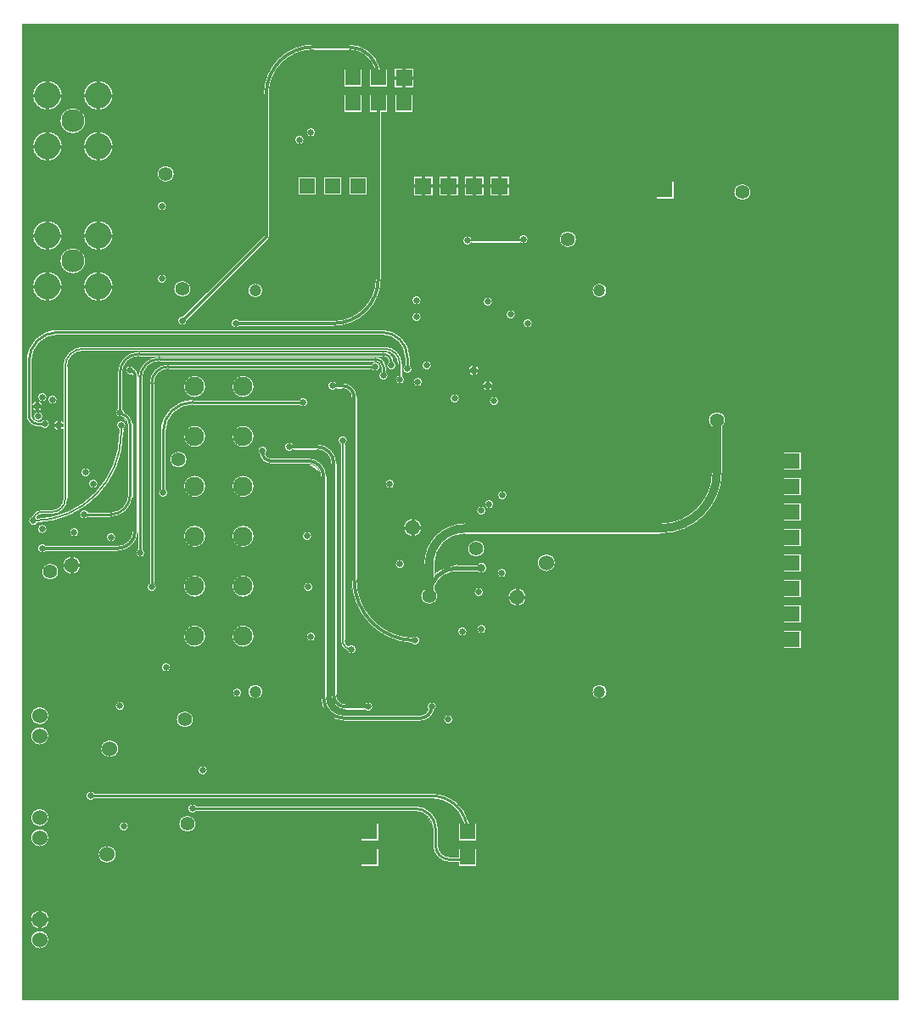
<source format=gbr>
G04 EasyPC Gerber Version 21.0.3 Build 4286 *
G04 #@! TF.Part,Single*
G04 #@! TF.FileFunction,Copper,L2,Inr *
G04 #@! TF.FilePolarity,Positive *
%FSLAX35Y35*%
%MOIN*%
G04 #@! TA.AperFunction,ComponentPad*
%ADD130R,0.06000X0.06000*%
G04 #@! TD.AperFunction*
%ADD10C,0.00001*%
%ADD17C,0.00500*%
%ADD117C,0.00800*%
%ADD116C,0.00900*%
%ADD132C,0.01100*%
%ADD21C,0.01200*%
%ADD108C,0.01600*%
%ADD90C,0.01800*%
%ADD22C,0.02600*%
G04 #@! TA.AperFunction,ViaPad*
%ADD12C,0.03200*%
G04 #@! TA.AperFunction,ComponentPad*
%ADD121C,0.04724*%
G04 #@! TA.AperFunction,ViaPad*
%ADD107C,0.05600*%
G04 #@! TA.AperFunction,WasherPad*
%ADD119C,0.06000*%
G04 #@! TA.AperFunction,ComponentPad*
%ADD126C,0.07600*%
%ADD123C,0.09055*%
%ADD124C,0.10039*%
X0Y0D02*
D02*
D10*
X250Y383250D02*
Y250D01*
X344250*
Y383250*
X250*
X152713Y249312D02*
G75*
G02X153463Y247850I-1050J-1462D01*
G01*
G75*
G02X149863I-1800*
G01*
G75*
G02X150613Y249312I1800*
G01*
Y252337*
G75*
G03X141750Y261200I-8863*
G01*
X14350*
G75*
G03X4100Y250951J-10249*
G01*
G75*
G03Y250950I15038J0*
G01*
Y229650*
Y229650*
G75*
G03X6450Y227300I2350*
G01*
X7788*
G75*
G02X11050Y226250I1462J-1050*
G01*
G75*
G02X7788Y225200I-1800*
G01*
X6450*
G75*
G02X2000Y229650J4450*
G01*
Y250950*
G75*
G02X14350Y263300I12350*
G01*
X141750*
G75*
G02X152713Y252337J-10963*
G01*
Y252337*
Y249312*
X149650Y245309D02*
G75*
G02X150550Y243750I-900J-1559D01*
G01*
G75*
G02X146950I-1800*
G01*
G75*
G02X147850Y245309I1800*
G01*
Y249750*
G75*
G03X142750Y254850I-5100*
G01*
X24250*
G75*
G03X18150Y248750J-6100*
G01*
Y196750*
Y196750*
G75*
G02X12250Y190850I-5900*
G01*
X8250*
G75*
G03X5997Y189548I0J-2600*
G01*
G75*
G02X6288Y189185I-1248J-1298*
G01*
G75*
G03X38350Y222750I-1539J33565*
G01*
Y224180*
G75*
G02X37450Y225738I900J1559*
G01*
G75*
G02X41050I1800*
G01*
G75*
G02X40150Y224180I-1800*
G01*
Y222750*
G75*
G02X6329Y187385I-35400*
G01*
G75*
G02X2950Y188250I-1579J865*
G01*
G75*
G02X4197Y189963I1800*
G01*
G75*
G02X8250Y192650I4053J-1713*
G01*
X12250*
G75*
G03X16350Y196750J4100*
G01*
Y196750*
Y224390*
G75*
G02X15250Y223710I-1600J1360*
G01*
Y224550*
G75*
G03X15950Y225250I-499J1199*
G01*
X16350*
Y226250*
X15950*
G75*
G03X15250Y226950I-1199J-499*
G01*
Y227790*
G75*
G02X16350Y227110I-500J-2040*
G01*
Y248750*
Y248750*
G75*
G02X24250Y256650I7900*
G01*
X142750*
G75*
G02X149650Y249750J-6900*
G01*
Y249750*
Y245309*
X150995Y185049D02*
G75*
G03X153250Y182794I2756J500D01*
G01*
Y181984*
G75*
G02X150185Y185049I500J3565*
G01*
X150995*
X150185Y186049D02*
G75*
G02X153250Y189114I3565J-500D01*
G01*
Y188304*
G75*
G03X150995Y186049I500J-2756*
G01*
X150185*
X146311Y250780D02*
G75*
G02X147164Y249250I-947J-1531D01*
G01*
G75*
G02X143564I-1800*
G01*
G75*
G02X144409Y250776I1800*
G01*
G75*
G03X142250Y252800I-2159J-140*
G01*
X46250*
G75*
G03X39700Y246250J-6550*
G01*
Y232279*
G75*
G02X40550Y230787I-950J-1529*
G01*
G75*
G02X43650Y226771I-2050J-4787*
G01*
Y245250*
G75*
G03X43560Y245643I-901J0*
G01*
G75*
G02X40950Y247250I-810J1607*
G01*
G75*
G02X44450Y247843I1800*
G01*
G75*
G02X45850Y245250I-1699J-2592*
G01*
Y245250*
Y245169*
G75*
G02X54250Y252700I8400J-918*
G01*
X139250*
G75*
G02X143165Y248786J-3914*
G01*
Y248785*
Y246779*
G75*
G02X144015Y245250I-950J-1529*
G01*
G75*
G02X140415I-1800*
G01*
G75*
G02X141265Y246779I1800*
G01*
Y248785*
G75*
G03X139250Y250800I-2015*
G01*
X54250*
G75*
G03X47700Y244250J-6550*
G01*
Y177279*
G75*
G02X48550Y175750I-950J-1529*
G01*
G75*
G02X44950I-1800*
G01*
G75*
G02X45800Y177279I1800*
G01*
Y183361*
G75*
G02X37931Y176331I-7869J889*
G01*
X9675*
G75*
G02X6450Y177431I-1425J1100*
G01*
G75*
G02X9675Y178531I1800*
G01*
X37931*
G75*
G03X43650Y184250J5719*
G01*
Y197331*
G75*
G02X35250Y189800I-8400J918*
G01*
X26279*
G75*
G02X22950Y190750I-1529J950*
G01*
G75*
G02X26279Y191700I1800*
G01*
X35250*
G75*
G03X41800Y198250J6550*
G01*
Y225750*
G75*
G02Y225755I677J2*
G01*
G75*
G02X41802Y225806I662*
G01*
G75*
G03X41807Y226000I-3302J191*
G01*
G75*
G03X39548Y229137I-3307*
G01*
G75*
G02X36950Y230750I-798J1613*
G01*
G75*
G02X37800Y232279I1800*
G01*
Y246250*
Y246250*
G75*
G02X46250Y254700I8450*
G01*
X142250*
G75*
G02X146311Y250780I-1J-4065*
G01*
X146950Y171250D02*
G75*
G02X150550I1800D01*
G01*
G75*
G02X146950I-1800*
G01*
X142950Y202750D02*
G75*
G02X146550I1800D01*
G01*
G75*
G02X142950I-1800*
G01*
X137536Y249700D02*
G75*
G02X140865Y248750I1529J-950D01*
G01*
G75*
G02X137536Y247800I-1800*
G01*
X57750*
G75*
G03X52200Y242250J-5550*
G01*
Y163779*
G75*
G02X53050Y162250I-950J-1529*
G01*
G75*
G02X49450I-1800*
G01*
G75*
G02X50300Y163779I1800*
G01*
Y242250*
Y242250*
G75*
G02X57750Y249700I7450*
G01*
X137536*
X68117Y245250D02*
G75*
G02X72417Y240950J-4300D01*
G01*
G75*
G02X68117Y236650I-4300*
G01*
G75*
G02X63817Y240950J4300*
G01*
G75*
G02X68117Y245250I4300*
G01*
X87117D02*
G75*
G02X91417Y240950J-4300D01*
G01*
G75*
G02X87117Y236650I-4300*
G01*
G75*
G02X82817Y240950J4300*
G01*
G75*
G02X87117Y245250I4300*
G01*
X153359Y142392D02*
G75*
G02X156550Y141250I1391J-1142D01*
G01*
G75*
G02X153294Y140192I-1800*
G01*
G75*
G02X129650Y165250I1457J25058*
G01*
Y236750*
Y236750*
G75*
G03X126250Y240150I-3400*
G01*
X123675*
G75*
G02X120450Y241250I-1425J1100*
G01*
G75*
G02X123675Y242350I1800*
G01*
X126250*
G75*
G02X131850Y236750J-5600*
G01*
Y165250*
Y165250*
G75*
G03X153359Y142392I22900*
G01*
X128452Y138997D02*
G75*
G02X131550Y137750I1298J-1247D01*
G01*
G75*
G02X128037Y137197I-1800*
G01*
G75*
G02X125350Y141250I1713J4053*
G01*
Y141250*
Y218191*
G75*
G02X124450Y219750I900J1559*
G01*
G75*
G02X128050I1800*
G01*
G75*
G02X127150Y218191I-1800*
G01*
Y141250*
Y141250*
G75*
G03X128452Y138997I2600*
G01*
X109256Y235800D02*
G75*
G02X112519Y234750I1462J-1050D01*
G01*
G75*
G02X109256Y233700I-1800*
G01*
X67250*
G75*
G03X56800Y223250J-10450*
G01*
Y223250*
Y200712*
G75*
G02X57550Y199250I-1050J-1462*
G01*
G75*
G02X53950I-1800*
G01*
G75*
G02X54700Y200712I1800*
G01*
Y223250*
G75*
G02X67250Y235800I12550*
G01*
X109256*
X87117Y147250D02*
G75*
G02X91417Y142950J-4300D01*
G01*
G75*
G02X87117Y138650I-4300*
G01*
G75*
G02X82817Y142950J4300*
G01*
G75*
G02X87117Y147250I4300*
G01*
X89077Y121140D02*
G75*
G02X94801I2862D01*
G01*
G75*
G02X89077I-2862*
G01*
X82950Y120750D02*
G75*
G02X86550I1800D01*
G01*
G75*
G02X82950I-1800*
G01*
X87117Y166850D02*
G75*
G02X91417Y162550J-4300D01*
G01*
G75*
G02X87117Y158250I-4300*
G01*
G75*
G02X82817Y162550J4300*
G01*
G75*
G02X87117Y166850I4300*
G01*
Y186450D02*
G75*
G02X91417Y182150J-4300D01*
G01*
G75*
G02X87117Y177850I-4300*
G01*
G75*
G02X82817Y182150J4300*
G01*
G75*
G02X87117Y186450I4300*
G01*
Y206050D02*
G75*
G02X91417Y201750J-4300D01*
G01*
G75*
G02X87117Y197450I-4300*
G01*
G75*
G02X82817Y201750J4300*
G01*
G75*
G02X87117Y206050I4300*
G01*
Y225650D02*
G75*
G02X91417Y221350J-4300D01*
G01*
G75*
G02X87117Y217050I-4300*
G01*
G75*
G02X82817Y221350J4300*
G01*
G75*
G02X87117Y225650I4300*
G01*
X159450Y115250D02*
G75*
G02X163050I1800D01*
G01*
G75*
G02X162124Y113677I-1800*
G01*
G75*
G02X156750Y109650I-5374J1573*
G01*
X126750*
G75*
G02X117650Y118750J9100*
G01*
Y205750*
Y205750*
G75*
G03X112750Y210650I-4900*
G01*
X97750*
G75*
G02X93674Y214307J4100*
G01*
G75*
G02X92950Y215750I1076J1443*
G01*
G75*
G02X96550I1800*
G01*
G75*
G02X95891Y214358I-1800*
G01*
G75*
G03X97750Y212850I1860J393*
G01*
X112750*
G75*
G02X119850Y205750J-7100*
G01*
Y118750*
Y118750*
G75*
G03X126750Y111850I6900*
G01*
X156750*
G75*
G03X159924Y114032I0J3400*
G01*
G75*
G02X159450Y115250I1325J1218*
G01*
X110450Y182250D02*
G75*
G02X114050I1800D01*
G01*
G75*
G02X110450I-1800*
G01*
X110950Y162250D02*
G75*
G02X114550I1800D01*
G01*
G75*
G02X110950I-1800*
G01*
X111950Y142750D02*
G75*
G02X115550I1800D01*
G01*
G75*
G02X111950I-1800*
G01*
X134825Y116350D02*
G75*
G02X138050Y115250I1425J-1100D01*
G01*
G75*
G02X134825Y114150I-1800*
G01*
X127250*
G75*
G02X121650Y119750J5600*
G01*
Y210750*
Y210750*
G75*
G03X116250Y216150I-5400*
G01*
X106675*
G75*
G02X103450Y217250I-1425J1100*
G01*
G75*
G02X106675Y218350I1800*
G01*
X116250*
G75*
G02X123850Y210750J-7600*
G01*
Y119750*
Y119750*
G75*
G03X127250Y116350I3400*
G01*
X134825*
X58450Y212250D02*
G75*
G02X65050I3300D01*
G01*
G75*
G02X58450I-3300*
G01*
X60950Y110250D02*
G75*
G02X67550I3300D01*
G01*
G75*
G02X60950I-3300*
G01*
X68117Y147250D02*
G75*
G02X72417Y142950J-4300D01*
G01*
G75*
G02X68117Y138650I-4300*
G01*
G75*
G02X63817Y142950J4300*
G01*
G75*
G02X68117Y147250I4300*
G01*
X69450Y90250D02*
G75*
G02X73050I1800D01*
G01*
G75*
G02X69450I-1800*
G01*
X68117Y166850D02*
G75*
G02X72417Y162550J-4300D01*
G01*
G75*
G02X68117Y158250I-4300*
G01*
G75*
G02X63817Y162550J4300*
G01*
G75*
G02X68117Y166850I4300*
G01*
Y186450D02*
G75*
G02X72417Y182150J-4300D01*
G01*
G75*
G02X68117Y177850I-4300*
G01*
G75*
G02X63817Y182150J4300*
G01*
G75*
G02X68117Y186450I4300*
G01*
Y206050D02*
G75*
G02X72417Y201750J-4300D01*
G01*
G75*
G02X68117Y197450I-4300*
G01*
G75*
G02X63817Y201750J4300*
G01*
G75*
G02X68117Y206050I4300*
G01*
Y225650D02*
G75*
G02X72417Y221350J-4300D01*
G01*
G75*
G02X68117Y217050I-4300*
G01*
G75*
G02X63817Y221350J4300*
G01*
G75*
G02X68117Y225650I4300*
G01*
X55068Y130750D02*
G75*
G02X58668I1800D01*
G01*
G75*
G02X55068I-1800*
G01*
X16995Y170250D02*
G75*
G03X19250Y167995I2756J500D01*
G01*
Y167185*
G75*
G02X16185Y170250I500J3565*
G01*
X16995*
X16185Y171250D02*
G75*
G02X19250Y174315I3565J-500D01*
G01*
Y173505*
G75*
G03X16995Y171250I500J-2756*
G01*
X16185*
X22505Y170250D02*
X23315D01*
G75*
G02X20250Y167185I-3565J500*
G01*
Y167995*
G75*
G03X22505Y170250I-500J2756*
G01*
X20250Y174315D02*
G75*
G02X23315Y171250I-500J-3565D01*
G01*
X22505*
G75*
G03X20250Y173505I-2756J-500*
G01*
Y174315*
X175887Y69750D02*
X178750D01*
Y62750*
X171750*
Y69750*
X173718*
G75*
G03X161250Y79200I-12468J-3500*
G01*
X28712*
G75*
G02X25450Y80250I-1462J1050*
G01*
G75*
G02X28712Y81300I1800*
G01*
X161250*
G75*
G02X175887Y69750I0J-15049*
G01*
X30250Y57250D02*
G75*
G02X37250I3500D01*
G01*
G75*
G02X30250I-3500*
G01*
X38450Y68250D02*
G75*
G02X42050I1800D01*
G01*
G75*
G02X38450I-1800*
G01*
X61950Y69250D02*
G75*
G02X68550I3300D01*
G01*
G75*
G02X61950I-3300*
G01*
X171750Y59750D02*
X178750D01*
Y52750*
X171750*
Y54200*
X168250*
G75*
G02X161700Y60750J6550*
G01*
Y67250*
G75*
G03Y67251I-11279J0*
G01*
G75*
G03X154750Y74200I-6950*
G01*
X68712*
G75*
G02X65450Y75250I-1462J1050*
G01*
G75*
G02X68712Y76300I1800*
G01*
X154750*
G75*
G02X163800Y67250J-9050*
G01*
Y60750*
G75*
G03X168250Y56300I4450*
G01*
X171750*
Y59750*
X133250D02*
X140250D01*
Y52750*
X133250*
Y59750*
Y69750D02*
X140250D01*
Y62750*
X133250*
Y69750*
X31250Y98750D02*
G75*
G02X38250I3500D01*
G01*
G75*
G02X31250I-3500*
G01*
X36950Y115510D02*
G75*
G02X40550I1800D01*
G01*
G75*
G02X36950I-1800*
G01*
X8060Y168250D02*
G75*
G02X14660I3300D01*
G01*
G75*
G02X8060I-3300*
G01*
X33450Y181750D02*
G75*
G02X37050I1800D01*
G01*
G75*
G02X33450I-1800*
G01*
X23450Y207250D02*
G75*
G02X27050I1800D01*
G01*
G75*
G02X23450I-1800*
G01*
X26450Y202750D02*
G75*
G02X30050I1800D01*
G01*
G75*
G02X26450I-1800*
G01*
X6450Y184990D02*
G75*
G02X10050I1800D01*
G01*
G75*
G02X6450I-1800*
G01*
X18950Y183750D02*
G75*
G02X22550I1800D01*
G01*
G75*
G02X18950I-1800*
G01*
X4292Y31187D02*
G75*
G03X6750Y28729I2957J500D01*
G01*
Y27920*
G75*
G02X3483Y31187I500J3767*
G01*
X4292*
X7250Y27313D02*
G75*
G02X10750Y23813J-3500D01*
G01*
G75*
G02X7250Y20313I-3500*
G01*
G75*
G02X3750Y23813J3500*
G01*
G75*
G02X7250Y27313I3500*
G01*
X3483Y32187D02*
G75*
G02X6750Y35454I3767J-500D01*
G01*
Y34645*
G75*
G03X4292Y32187I500J-2957*
G01*
X3483*
X7250Y67313D02*
G75*
G02X10750Y63813J-3500D01*
G01*
G75*
G02X7250Y60313I-3500*
G01*
G75*
G02X3750Y63813J3500*
G01*
G75*
G02X7250Y67313I3500*
G01*
X10208Y31187D02*
X11017D01*
G75*
G02X7750Y27920I-3767J500*
G01*
Y28729*
G75*
G03X10208Y31187I-500J2957*
G01*
X7750Y35454D02*
G75*
G02X11017Y32187I-500J-3767D01*
G01*
X10208*
G75*
G03X7750Y34645I-2957J-500*
G01*
Y35454*
X7250Y75187D02*
G75*
G02X10750Y71687J-3500D01*
G01*
G75*
G02X7250Y68187I-3500*
G01*
G75*
G02X3750Y71687J3500*
G01*
G75*
G02X7250Y75187I3500*
G01*
Y107313D02*
G75*
G02X10750Y103813J-3500D01*
G01*
G75*
G02X7250Y100313I-3500*
G01*
G75*
G02X3750Y103813J3500*
G01*
G75*
G02X7250Y107313I3500*
G01*
Y115187D02*
G75*
G02X10750Y111687J-3500D01*
G01*
G75*
G02X7250Y108187I-3500*
G01*
G75*
G02X3750Y111687J3500*
G01*
G75*
G02X7250Y115187I3500*
G01*
X5050Y232750D02*
G75*
G03X5750Y232050I1199J499D01*
G01*
Y231210*
G75*
G02X4210Y232750I500J2040*
G01*
X5050*
X4850Y229250D02*
G75*
G02X8450I1800D01*
G01*
G75*
G02X4850I-1800*
G01*
X4210Y233750D02*
G75*
G02X5750Y235290I2040J-500D01*
G01*
Y234450*
G75*
G03X5050Y233750I499J-1199*
G01*
X4210*
X6450Y236750D02*
G75*
G02X10050I1800D01*
G01*
G75*
G02X6450I-1800*
G01*
X7450Y232750D02*
X8290D01*
G75*
G02X6750Y231210I-2040J500*
G01*
Y232050*
G75*
G03X7450Y232750I-499J1199*
G01*
X6750Y235290D02*
G75*
G02X8290Y233750I-500J-2040D01*
G01*
X7450*
G75*
G03X6750Y234450I-1199J-499*
G01*
Y235290*
X10450Y235750D02*
G75*
G02X14050I1800D01*
G01*
G75*
G02X10450I-1800*
G01*
X13550Y225250D02*
G75*
G03X14250Y224550I1199J499D01*
G01*
Y223710*
G75*
G02X12710Y225250I500J2040*
G01*
X13550*
X12710Y226250D02*
G75*
G02X14250Y227790I2040J-500D01*
G01*
Y226950*
G75*
G03X13550Y226250I499J-1199*
G01*
X12710*
X5255Y279750D02*
G75*
G03X9750Y275255I4995J500D01*
G01*
Y274452*
G75*
G02X4452Y279750I500J5798*
G01*
X5255*
X4452Y280750D02*
G75*
G02X9750Y286048I5798J-500D01*
G01*
Y285245*
G75*
G03X5255Y280750I500J-4995*
G01*
X4452*
X5255Y299750D02*
G75*
G03X9750Y295255I4995J500D01*
G01*
Y294452*
G75*
G02X4452Y299750I500J5798*
G01*
X5255*
X4452Y300750D02*
G75*
G02X9750Y306048I5798J-500D01*
G01*
Y305245*
G75*
G03X5255Y300750I500J-4995*
G01*
X4452*
X5255Y334750D02*
G75*
G03X9750Y330255I4995J500D01*
G01*
Y329452*
G75*
G02X4452Y334750I500J5798*
G01*
X5255*
X4452Y335750D02*
G75*
G02X9750Y341048I5798J-500D01*
G01*
Y340245*
G75*
G03X5255Y335750I500J-4995*
G01*
X4452*
X5255Y354750D02*
G75*
G03X9750Y350255I4995J500D01*
G01*
Y349452*
G75*
G02X4452Y354750I500J5798*
G01*
X5255*
X4452Y355750D02*
G75*
G02X9750Y361048I5798J-500D01*
G01*
Y360245*
G75*
G03X5255Y355750I500J-4995*
G01*
X4452*
X15245Y279750D02*
X16048D01*
G75*
G02X10750Y274452I-5798J500*
G01*
Y275255*
G75*
G03X15245Y279750I-500J4995*
G01*
X10750Y286048D02*
G75*
G02X16048Y280750I-500J-5798D01*
G01*
X15245*
G75*
G03X10750Y285245I-4995J-500*
G01*
Y286048*
X15245Y299750D02*
X16048D01*
G75*
G02X10750Y294452I-5798J500*
G01*
Y295255*
G75*
G03X15245Y299750I-500J4995*
G01*
X20250Y295278D02*
G75*
G02X25278Y290250J-5028D01*
G01*
G75*
G02X20250Y285222I-5028*
G01*
G75*
G02X15222Y290250J5028*
G01*
G75*
G02X20250Y295278I5028*
G01*
X25255Y279750D02*
G75*
G03X29750Y275255I4995J500D01*
G01*
Y274452*
G75*
G02X24452Y279750I500J5798*
G01*
X25255*
X24452Y280750D02*
G75*
G02X29750Y286048I5798J-500D01*
G01*
Y285245*
G75*
G03X25255Y280750I500J-4995*
G01*
X24452*
X10750Y306048D02*
G75*
G02X16048Y300750I-500J-5798D01*
G01*
X15245*
G75*
G03X10750Y305245I-4995J-500*
G01*
Y306048*
X15245Y334750D02*
X16048D01*
G75*
G02X10750Y329452I-5798J500*
G01*
Y330255*
G75*
G03X15245Y334750I-500J4995*
G01*
X10750Y341048D02*
G75*
G02X16048Y335750I-500J-5798D01*
G01*
X15245*
G75*
G03X10750Y340245I-4995J-500*
G01*
Y341048*
X15245Y354750D02*
X16048D01*
G75*
G02X10750Y349452I-5798J500*
G01*
Y350255*
G75*
G03X15245Y354750I-500J4995*
G01*
X20250Y350278D02*
G75*
G02X25278Y345250J-5028D01*
G01*
G75*
G02X20250Y340222I-5028*
G01*
G75*
G02X15222Y345250J5028*
G01*
G75*
G02X20250Y350278I5028*
G01*
X25255Y299750D02*
G75*
G03X29750Y295255I4995J500D01*
G01*
Y294452*
G75*
G02X24452Y299750I500J5798*
G01*
X25255*
X24452Y300750D02*
G75*
G02X29750Y306048I5798J-500D01*
G01*
Y305245*
G75*
G03X25255Y300750I500J-4995*
G01*
X24452*
X25255Y334750D02*
G75*
G03X29750Y330255I4995J500D01*
G01*
Y329452*
G75*
G02X24452Y334750I500J5798*
G01*
X25255*
X24452Y335750D02*
G75*
G02X29750Y341048I5798J-500D01*
G01*
Y340245*
G75*
G03X25255Y335750I500J-4995*
G01*
X24452*
X10750Y361048D02*
G75*
G02X16048Y355750I-500J-5798D01*
G01*
X15245*
G75*
G03X10750Y360245I-4995J-500*
G01*
Y361048*
X25255Y354750D02*
G75*
G03X29750Y350255I4995J500D01*
G01*
Y349452*
G75*
G02X24452Y354750I500J5798*
G01*
X25255*
X24452Y355750D02*
G75*
G02X29750Y361048I5798J-500D01*
G01*
Y360245*
G75*
G03X25255Y355750I500J-4995*
G01*
X24452*
X35245Y279750D02*
X36048D01*
G75*
G02X30750Y274452I-5798J500*
G01*
Y275255*
G75*
G03X35245Y279750I-500J4995*
G01*
X30750Y286048D02*
G75*
G02X36048Y280750I-500J-5798D01*
G01*
X35245*
G75*
G03X30750Y285245I-4995J-500*
G01*
Y286048*
X35245Y299750D02*
X36048D01*
G75*
G02X30750Y294452I-5798J500*
G01*
Y295255*
G75*
G03X35245Y299750I-500J4995*
G01*
X30750Y306048D02*
G75*
G02X36048Y300750I-500J-5798D01*
G01*
X35245*
G75*
G03X30750Y305245I-4995J-500*
G01*
Y306048*
X35245Y334750D02*
X36048D01*
G75*
G02X30750Y329452I-5798J500*
G01*
Y330255*
G75*
G03X35245Y334750I-500J4995*
G01*
X30750Y341048D02*
G75*
G02X36048Y335750I-500J-5798D01*
G01*
X35245*
G75*
G03X30750Y340245I-4995J-500*
G01*
Y341048*
X35245Y354750D02*
X36048D01*
G75*
G02X30750Y349452I-5798J500*
G01*
Y350255*
G75*
G03X35245Y354750I-500J4995*
G01*
X30750Y361048D02*
G75*
G02X36048Y355750I-500J-5798D01*
G01*
X35245*
G75*
G03X30750Y360245I-4995J-500*
G01*
Y361048*
X53450Y283250D02*
G75*
G02X57050I1800D01*
G01*
G75*
G02X53450I-1800*
G01*
Y311750D02*
G75*
G02X57050I1800D01*
G01*
G75*
G02X53450I-1800*
G01*
Y324400D02*
G75*
G02X60050I3300D01*
G01*
G75*
G02X53450I-3300*
G01*
X59950Y279250D02*
G75*
G02X66550I3300D01*
G01*
G75*
G02X59950I-3300*
G01*
X140987Y365750D02*
X143750D01*
Y358750*
X136750*
Y365750*
X138708*
G75*
G03X128750Y373150I-9958J-3000*
G01*
X114750*
G75*
G03X97350Y355750J-17400*
G01*
Y299750*
G75*
G02Y299749I-1049J0*
G01*
G75*
G02X97028Y298972I-1099*
G01*
X65035Y266980*
G75*
G02X65050Y266750I-1786J-229*
G01*
G75*
G02X61450I-1800*
G01*
G75*
G02X63480Y268535I1800*
G01*
X95150Y300206*
Y355750*
Y355750*
G75*
G02X114750Y375350I19600*
G01*
X128750*
G75*
G02X140987Y365750I0J-12600*
G01*
X136750Y355750D02*
X143750D01*
Y348750*
X141350*
Y283250*
G75*
G02Y283249I-45115J0*
G01*
G75*
G02X122750Y264650I-18600*
G01*
X85675*
G75*
G02X82450Y265750I-1425J1100*
G01*
G75*
G02X85675Y266850I1800*
G01*
X122750*
G75*
G03X139150Y283250J16400*
G01*
Y348750*
X136750*
Y355750*
X118750Y323250D02*
X125750D01*
Y316250*
X118750*
Y323250*
X126750Y355750D02*
X133750D01*
Y348750*
X126750*
Y355750*
X128750Y323250D02*
X135750D01*
Y316250*
X128750*
Y323250*
X126750Y365750D02*
X133750D01*
Y358750*
X126750*
Y365750*
X107450Y337750D02*
G75*
G02X111050I1800D01*
G01*
G75*
G02X107450I-1800*
G01*
X108750Y323250D02*
X115750D01*
Y316250*
X108750*
Y323250*
X111950Y340750D02*
G75*
G02X115550I1800D01*
G01*
G75*
G02X111950I-1800*
G01*
X89077Y278620D02*
G75*
G02X94801I2862D01*
G01*
G75*
G02X89077I-2862*
G01*
X147250Y359250D02*
X149750D01*
Y358450*
X146450*
Y361750*
X147250*
Y359250*
X146750Y355750D02*
X153750D01*
Y348750*
X146750*
Y355750*
X153450Y268250D02*
G75*
G02X157050I1800D01*
G01*
G75*
G02X153450I-1800*
G01*
X153950Y242750D02*
G75*
G02X157550I1800D01*
G01*
G75*
G02X153950I-1800*
G01*
X156505Y185049D02*
X157315D01*
G75*
G02X154250Y181984I-3565J500*
G01*
Y182794*
G75*
G03X156505Y185049I-500J2756*
G01*
X269950Y227750D02*
G75*
G02X276550I3300D01*
G01*
G75*
G02X275350Y225204I-3300*
G01*
Y207250*
Y207250*
G75*
G02X251250Y183150I-24100*
G01*
X174250*
G75*
G03X162350Y171250J-11900*
G01*
Y167384*
G75*
G02X171250Y171150I8900J-8634*
G01*
X179185*
G75*
G02X182850Y169750I1565J-1400*
G01*
G75*
G02X179185Y168350I-2100*
G01*
X171250*
G75*
G03X162350Y162348J-9600*
G01*
Y161296*
G75*
G02X163550Y158750I-2100J-2546*
G01*
G75*
G02X156950I-3300*
G01*
G75*
G02X158150Y161296I3300*
G01*
Y171250*
G75*
G02X174250Y187350I16100*
G01*
X251250*
G75*
G03X271150Y207250J19900*
G01*
Y225204*
G75*
G02X269950Y227750I2100J2546*
G01*
X175426Y177250D02*
G75*
G02X182026I3300D01*
G01*
G75*
G02X175426I-3300*
G01*
X186950Y167750D02*
G75*
G02X190550I1800D01*
G01*
G75*
G02X186950I-1800*
G01*
X191995Y157750D02*
G75*
G03X194250Y155495I2756J500D01*
G01*
Y154685*
G75*
G02X191185Y157750I500J3565*
G01*
X191995*
X191185Y158750D02*
G75*
G02X194250Y161815I3565J-500D01*
G01*
Y161005*
G75*
G03X191995Y158750I500J-2756*
G01*
X191185*
X197505Y157750D02*
X198315D01*
G75*
G02X195250Y154685I-3565J500*
G01*
Y155495*
G75*
G03X197505Y157750I-500J2756*
G01*
X195250Y161815D02*
G75*
G02X198315Y158750I-500J-3565D01*
G01*
X197505*
G75*
G03X195250Y161005I-2756J-500*
G01*
Y161815*
X202750Y171750D02*
G75*
G02X209750I3500D01*
G01*
G75*
G02X202750I-3500*
G01*
X224274Y121140D02*
G75*
G02X229998I2862D01*
G01*
G75*
G02X224274I-2862*
G01*
X171450Y144750D02*
G75*
G02X175050I1800D01*
G01*
G75*
G02X171450I-1800*
G01*
X177950Y160250D02*
G75*
G02X181550I1800D01*
G01*
G75*
G02X177950I-1800*
G01*
X178950Y145750D02*
G75*
G02X182550I1800D01*
G01*
G75*
G02X178950I-1800*
G01*
X165950Y110250D02*
G75*
G02X169550I1800D01*
G01*
G75*
G02X165950I-1800*
G01*
X154250Y189114D02*
G75*
G02X157315Y186049I-500J-3565D01*
G01*
X156505*
G75*
G03X154250Y188304I-2756J-500*
G01*
Y189114*
X153450Y274750D02*
G75*
G02X157050I1800D01*
G01*
G75*
G02X153450I-1800*
G01*
X146450Y366050D02*
X149750D01*
Y365250*
X147250*
Y362750*
X146450*
Y366050*
X153250Y361750D02*
X154050D01*
Y358450*
X150750*
Y359250*
X153250*
Y361750*
X154750Y316750D02*
X157250D01*
Y315950*
X153950*
Y319250*
X154750*
Y316750*
X153950Y323550D02*
X157250D01*
Y322750*
X154750*
Y320250*
X153950*
Y323550*
X150750Y366050D02*
X154050D01*
Y362750*
X153250*
Y365250*
X150750*
Y366050*
X157450Y249250D02*
G75*
G02X161050I1800D01*
G01*
G75*
G02X157450I-1800*
G01*
X160750Y319250D02*
X161550D01*
Y315950*
X158250*
Y316750*
X160750*
Y319250*
X158250Y323550D02*
X161550D01*
Y320250*
X160750*
Y322750*
X158250*
Y323550*
X164750Y316750D02*
X167250D01*
Y315950*
X163950*
Y319250*
X164750*
Y316750*
X163950Y323550D02*
X167250D01*
Y322750*
X164750*
Y320250*
X163950*
Y323550*
X170750Y319250D02*
X171550D01*
Y315950*
X168250*
Y316750*
X170750*
Y319250*
X168450Y236250D02*
G75*
G02X172050I1800D01*
G01*
G75*
G02X168450I-1800*
G01*
X168250Y323550D02*
X171550D01*
Y320250*
X170750*
Y322750*
X168250*
Y323550*
X195495Y299150D02*
G75*
G02X199050Y298750I1755J-400D01*
G01*
G75*
G02X196119Y297350I-1800*
G01*
X176809*
G75*
G02X173450Y298250I-1559J900*
G01*
G75*
G02X176809Y299150I1800*
G01*
X195495*
X197107Y265750D02*
G75*
G02X200707I1800D01*
G01*
G75*
G02X197107I-1800*
G01*
X178950Y246750D02*
X179790D01*
G75*
G02X178250Y245210I-2040J500*
G01*
Y246050*
G75*
G03X178950Y246750I-499J1199*
G01*
Y192250D02*
G75*
G02X182550I1800D01*
G01*
G75*
G02X178950I-1800*
G01*
X178250Y249290D02*
G75*
G02X179790Y247750I-500J-2040D01*
G01*
X178950*
G75*
G03X178250Y248450I-1199J-499*
G01*
Y249290*
X182050Y240750D02*
G75*
G03X182750Y240050I1199J499D01*
G01*
Y239210*
G75*
G02X181210Y240750I500J2040*
G01*
X182050*
X181950Y194750D02*
G75*
G02X185550I1800D01*
G01*
G75*
G02X181950I-1800*
G01*
X181210Y241750D02*
G75*
G02X182750Y243290I2040J-500D01*
G01*
Y242450*
G75*
G03X182050Y241750I499J-1199*
G01*
X181210*
X181450Y274250D02*
G75*
G02X185050I1800D01*
G01*
G75*
G02X181450I-1800*
G01*
X184450Y240750D02*
X185290D01*
G75*
G02X183750Y239210I-2040J500*
G01*
Y240050*
G75*
G03X184450Y240750I-499J1199*
G01*
X183950Y235250D02*
G75*
G02X187550I1800D01*
G01*
G75*
G02X183950I-1800*
G01*
X187163Y198250D02*
G75*
G02X190763I1800D01*
G01*
G75*
G02X187163I-1800*
G01*
X183750Y243290D02*
G75*
G02X185290Y241750I-500J-2040D01*
G01*
X184450*
G75*
G03X183750Y242450I-1199J-499*
G01*
Y243290*
X190450Y269250D02*
G75*
G02X194050I1800D01*
G01*
G75*
G02X190450I-1800*
G01*
X176550Y246750D02*
G75*
G03X177250Y246050I1199J499D01*
G01*
Y245210*
G75*
G02X175710Y246750I500J2040*
G01*
X176550*
X175710Y247750D02*
G75*
G02X177250Y249290I2040J-500D01*
G01*
Y248450*
G75*
G03X176550Y247750I499J-1199*
G01*
X175710*
X174750Y316750D02*
X177250D01*
Y315950*
X173950*
Y319250*
X174750*
Y316750*
X173950Y323550D02*
X177250D01*
Y322750*
X174750*
Y320250*
X173950*
Y323550*
X180750Y319250D02*
X181550D01*
Y315950*
X178250*
Y316750*
X180750*
Y319250*
X178250Y323550D02*
X181550D01*
Y320250*
X180750*
Y322750*
X178250*
Y323550*
X184750Y316750D02*
X187250D01*
Y315950*
X183950*
Y319250*
X184750*
Y316750*
X183950Y323550D02*
X187250D01*
Y322750*
X184750*
Y320250*
X183950*
Y323550*
X190750Y319250D02*
X191550D01*
Y315950*
X188250*
Y316750*
X190750*
Y319250*
X188250Y323550D02*
X191550D01*
Y320250*
X190750*
Y322750*
X188250*
Y323550*
X211450Y298750D02*
G75*
G02X218050I3300D01*
G01*
G75*
G02X211450I-3300*
G01*
X224274Y278620D02*
G75*
G02X229998I2862D01*
G01*
G75*
G02X224274I-2862*
G01*
X249250Y321750D02*
X256250D01*
Y314750*
X249250*
Y321750*
X279950Y317250D02*
G75*
G02X286550I3300D01*
G01*
G75*
G02X279950I-3300*
G01*
X299250Y145250D02*
X306250D01*
Y138250*
X299250*
Y145250*
Y155250D02*
X306250D01*
Y148250*
X299250*
Y155250*
Y165250D02*
X306250D01*
Y158250*
X299250*
Y165250*
Y175250D02*
X306250D01*
Y168250*
X299250*
Y175250*
Y185250D02*
X306250D01*
Y178250*
X299250*
Y185250*
Y195250D02*
X306250D01*
Y188250*
X299250*
Y195250*
Y205250D02*
X306250D01*
Y198250*
X299250*
Y205250*
Y215250D02*
X306250D01*
Y208250*
X299250*
Y215250*
X344250Y23813D02*
G36*
X10750D01*
G75*
G02X7250Y20313I-3500*
G01*
G75*
G02X3750Y23813J3500*
G01*
X250*
Y250*
X344250*
Y23813*
G37*
Y29554D02*
G36*
X10394D01*
G75*
G02X7750Y27920I-3144J2133*
G01*
Y28729*
G75*
G03X9359Y29554I-500J2958*
G01*
X5141*
G75*
G03X6750Y28729I2109J2133*
G01*
Y27920*
G75*
G02X4106Y29554I500J3767*
G01*
X250*
Y23813*
X3750*
G75*
G02X7250Y27313I3500*
G01*
G75*
G02X10750Y23813J-3500*
G01*
X344250*
Y29554*
G37*
Y33820D02*
G36*
X10394D01*
G75*
G02X11017Y32187I-3144J-2133*
G01*
X10208*
G75*
G03X9359Y33820I-2957J-500*
G01*
X5141*
G75*
G03X4292Y32187I2109J-2133*
G01*
X3483*
G75*
G02X4106Y33820I3767J-500*
G01*
X250*
Y29554*
X4106*
G75*
G02X3483Y31187I3144J2133*
G01*
X4292*
G75*
G03X5141Y29554I2957J500*
G01*
X9359*
G75*
G03X10208Y31187I-2109J2133*
G01*
X11017*
G75*
G02X10394Y29554I-3767J500*
G01*
X344250*
Y33820*
G37*
Y57250D02*
G36*
X178750D01*
Y52750*
X171750*
Y54200*
X168250*
G75*
G02X162713Y57250I0J6550*
G01*
X140250*
Y52750*
X133250*
Y57250*
X37250*
G75*
G02X30250I-3500*
G01*
X250*
Y33820*
X4106*
G75*
G02X6750Y35454I3144J-2133*
G01*
Y34645*
G75*
G03X5141Y33820I500J-2958*
G01*
X9359*
G75*
G03X7750Y34645I-2109J-2133*
G01*
Y35454*
G75*
G02X10394Y33820I-500J-3767*
G01*
X344250*
Y57250*
G37*
X171750D02*
G36*
X165502D01*
G75*
G03X168250Y56300I2748J3500*
G01*
X171750*
Y57250*
G37*
X162713D02*
G36*
G75*
G02X161700Y60750I5537J3500D01*
G01*
Y60750*
Y63813*
X140250*
Y62750*
X133250*
Y63813*
X10750*
G75*
G02X7250Y60313I-3500*
G01*
G75*
G02X3750Y63813J3500*
G01*
X250*
Y57250*
X30250*
G75*
G02X37250I3500*
G01*
X133250*
Y59750*
X140250*
Y57250*
X162713*
G37*
X344250Y63813D02*
G36*
X178750D01*
Y62750*
X171750*
Y63813*
X163800*
Y60750*
G75*
G03X165502Y57250I4450J0*
G01*
X171750*
Y59750*
X178750*
Y57250*
X344250*
Y63813*
G37*
X133250Y68250D02*
G36*
X68395D01*
G75*
G02X62105I-3145J1000*
G01*
X42050*
G75*
G02X38450I-1800*
G01*
X7911*
G75*
G02X7250Y68187I-661J3436*
G01*
G75*
G02X6589Y68250I0J3499*
G01*
X250*
Y63813*
X3750*
G75*
G02X7250Y67313I3500*
G01*
G75*
G02X10750Y63813J-3500*
G01*
X133250*
Y68250*
G37*
X161700Y63813D02*
G36*
Y67250D01*
Y67251*
Y67251*
G75*
G03X161628Y68250I-6950J1*
G01*
X140250*
Y63813*
X161700*
G37*
X171750Y68250D02*
G36*
X163744D01*
G75*
G02X163800Y67250I-8996J-1001*
G01*
Y63813*
X171750*
Y68250*
G37*
X344250D02*
G36*
X178750D01*
Y63813*
X344250*
Y68250*
G37*
X3824Y72400D02*
G36*
X250D01*
Y68250*
X6589*
G75*
G02X3750Y71687I661J3437*
G01*
G75*
G02X3824Y72400I3500J-1*
G01*
G37*
X62105Y68250D02*
G36*
G75*
G02X61950Y69250I3145J1000D01*
G01*
G75*
G02X64267Y72400I3300*
G01*
X10676*
G75*
G02X10750Y71687I-3427J-714*
G01*
G75*
G02X7911Y68250I-3500J0*
G01*
X38450*
G75*
G02X42050I1800*
G01*
X62105*
G37*
X161628D02*
G36*
G75*
G03X159418Y72400I-6877J-999D01*
G01*
X66233*
G75*
G02X68550Y69250I-983J-3150*
G01*
G75*
G02X68395Y68250I-3300*
G01*
X133250*
Y69750*
X140250*
Y68250*
X161628*
G37*
X171750D02*
G36*
Y69750D01*
X173718*
G75*
G03X172646Y72400I-12469J-3501*
G01*
X162192*
G75*
G02X163744Y68250I-7443J-5150*
G01*
X171750*
G37*
X344250Y72400D02*
G36*
X174986D01*
G75*
G02X175887Y69750I-13737J-6150*
G01*
X178750*
Y68250*
X344250*
Y72400*
G37*
Y90250D02*
G36*
X73050D01*
G75*
G02X69450I-1800*
G01*
X250*
Y72400*
X3824*
G75*
G02X7250Y75187I3427J-713*
G01*
G75*
G02X10676Y72400I0J-3500*
G01*
X64267*
G75*
G02X66233I983J-3150*
G01*
X159418*
G75*
G03X154750Y74200I-4667J-5149*
G01*
X68712*
G75*
G02X65450Y75250I-1462J1050*
G01*
G75*
G02X68712Y76300I1800*
G01*
X154750*
G75*
G02X162192Y72400I0J-9051*
G01*
X172646*
G75*
G03X161250Y79200I-11396J-6150*
G01*
X28712*
G75*
G02X25450Y80250I-1462J1050*
G01*
G75*
G02X28712Y81300I1800*
G01*
X161250*
G75*
G02X174986Y72400I0J-15050*
G01*
X344250*
Y90250*
G37*
Y98750D02*
G36*
X38250D01*
G75*
G02X31250I-3500*
G01*
X250*
Y90250*
X69450*
G75*
G02X73050I1800*
G01*
X344250*
Y98750*
G37*
Y103813D02*
G36*
X10750D01*
G75*
G02X7250Y100313I-3500*
G01*
G75*
G02X3750Y103813J3500*
G01*
X250*
Y98750*
X31250*
G75*
G02X38250I3500*
G01*
X344250*
Y103813*
G37*
Y110250D02*
G36*
X169550D01*
G75*
G02X165950I-1800*
G01*
X159272*
G75*
G02X156750Y109650I-2522J5000*
G01*
X126750*
G75*
G02X123500Y110250J9100*
G01*
X67550*
G75*
G02X60950I-3300*
G01*
X10441*
G75*
G02X7250Y108187I-3192J1437*
G01*
G75*
G02X4059Y110250I0J3500*
G01*
X250*
Y103813*
X3750*
G75*
G02X7250Y107313I3500*
G01*
G75*
G02X10750Y103813J-3500*
G01*
X344250*
Y110250*
G37*
X123500D02*
G36*
G75*
G02X118246Y115510I3250J8500D01*
G01*
X40550*
G75*
G02X36950I-1800*
G01*
X250*
Y110250*
X4059*
G75*
G02X3750Y111687I3192J1437*
G01*
G75*
G02X7250Y115187I3500*
G01*
G75*
G02X10750Y111687J-3500*
G01*
G75*
G02X10441Y110250I-3500*
G01*
X60950*
G75*
G02X67550I3300*
G01*
X123500*
G37*
X159469Y115510D02*
G36*
X138031D01*
G75*
G02X138050Y115250I-1781J-260*
G01*
G75*
G02X134825Y114150I-1800*
G01*
X127250*
G75*
G02X123592Y115510J5600*
G01*
X120658*
G75*
G03X126750Y111850I6091J3239*
G01*
X156750*
G75*
G03X159924Y114032I0J3400*
G01*
G75*
G02X159450Y115250I1326J1218*
G01*
G75*
G02X159469Y115510I1800J0*
G01*
G37*
X344250D02*
G36*
X163031D01*
G75*
G02X163050Y115250I-1781J-260*
G01*
Y115250*
G75*
G02X162124Y113677I-1799*
G01*
G75*
G02X159272Y110250I-5375J1574*
G01*
X165950*
G75*
G02X169550I1800*
G01*
X344250*
Y115510*
G37*
X118246D02*
G36*
G75*
G02X117650Y118750I8504J3241D01*
G01*
Y121140*
X94801*
G75*
G02X89077I-2862*
G01*
X86507*
G75*
G02X86550Y120750I-1757J-389*
G01*
G75*
G02X82950I-1800*
G01*
G75*
G02X82993Y121140I1800J1*
G01*
X250*
Y115510*
X36950*
G75*
G02X40550I1800*
G01*
X118246*
G37*
X123592D02*
G36*
G75*
G02X121650Y119750I3658J4240D01*
G01*
Y121140*
X119850*
Y118750*
Y118750*
G75*
G03Y118749I9023J0*
G01*
G75*
G03X120658Y115510I6899J0*
G01*
X123592*
G37*
X344250Y121140D02*
G36*
X229998D01*
G75*
G02X224274I-2862*
G01*
X123850*
Y119750*
Y119750*
G75*
G03X127250Y116350I3400*
G01*
X134825*
G75*
G02X138031Y115510I1425J-1100*
G01*
X159469*
G75*
G02X163031I1781J-260*
G01*
X344250*
Y121140*
G37*
X117650Y130750D02*
G36*
X58668D01*
G75*
G02X55068I-1800*
G01*
X250*
Y121140*
X82993*
G75*
G02X86507I1757J-390*
G01*
X89077*
G75*
G02X94801I2862*
G01*
X117650*
Y130750*
G37*
X121650D02*
G36*
X119850D01*
Y121140*
X121650*
Y130750*
G37*
X344250D02*
G36*
X123850D01*
Y121140*
X224274*
G75*
G02X229998I2862*
G01*
X344250*
Y130750*
G37*
X117650Y142950D02*
G36*
X115539D01*
G75*
G02X115550Y142750I-1789J-199*
G01*
G75*
G02X111950I-1800*
G01*
G75*
G02X111961Y142950I1800J1*
G01*
X91417*
G75*
G02X87117Y138650I-4300*
G01*
G75*
G02X82817Y142950J4300*
G01*
X72417*
G75*
G02X68117Y138650I-4300*
G01*
G75*
G02X63817Y142950J4300*
G01*
X250*
Y130750*
X55068*
G75*
G02X58668I1800*
G01*
X117650*
Y142950*
G37*
X121650D02*
G36*
X119850D01*
Y130750*
X121650*
Y142950*
G37*
X154159D02*
G36*
X149541D01*
G75*
G03X153359Y142392I5209J22302*
G01*
G75*
G02X154159Y142950I1391J-1142*
G01*
G37*
X344250D02*
G36*
X306250D01*
Y138250*
X299250*
Y142950*
X173250*
X155341*
G75*
G02X156550Y141250I-591J-1700*
G01*
G75*
G02X153294Y140192I-1800*
G01*
G75*
G02X143230Y142950I1457J25058*
G01*
X127150*
Y141250*
Y141250*
G75*
G03X128452Y138997I2600*
G01*
G75*
G02X131550Y137750I1298J-1247*
G01*
Y137750*
G75*
G02X128037Y137197I-1800*
G01*
G75*
G02X125350Y141249I1712J4052*
G01*
G75*
G02Y141250I5639J0*
G01*
Y141250*
Y142950*
X123850*
Y130750*
X344250*
Y142950*
G37*
X63817D02*
G36*
G75*
G02X64854Y145750I4300D01*
G01*
X250*
Y142950*
X63817*
G37*
X82817D02*
G36*
G75*
G02X83854Y145750I4300D01*
G01*
X71381*
G75*
G02X72417Y142950I-3263J-2800*
G01*
X82817*
G37*
X117650Y145750D02*
G36*
X90381D01*
G75*
G02X91417Y142950I-3263J-2800*
G01*
X111961*
G75*
G02X115539I1789J-200*
G01*
X117650*
Y145750*
G37*
X121650D02*
G36*
X119850D01*
Y142950*
X121650*
Y145750*
G37*
X125350D02*
G36*
X123850D01*
Y142950*
X125350*
Y145750*
G37*
X143230Y142950D02*
G36*
G75*
G02X138946Y145750I11521J22302D01*
G01*
X127150*
Y142950*
X143230*
G37*
X344250Y145750D02*
G36*
X182550D01*
G75*
G02X178950I-1800*
G01*
X174747*
G75*
G02X175050Y144750I-1497J-1000*
G01*
G75*
G02X173250Y142950I-1800*
G01*
G75*
G02X171450Y144750J1800*
G01*
G75*
G02X171753Y145750I1800J0*
G01*
X142743*
G75*
G03X149541Y142950I12007J19500*
G01*
X154159*
G75*
G02X155341I591J-1700*
G01*
X173250*
X299250*
Y145250*
X306250*
Y142950*
X344250*
Y145750*
G37*
X117650Y151750D02*
G36*
X250D01*
Y145750*
X64854*
G75*
G02X68117Y147250I3263J-2800*
G01*
G75*
G02X71381Y145750J-4300*
G01*
X83854*
G75*
G02X87117Y147250I3263J-2800*
G01*
G75*
G02X90381Y145750J-4300*
G01*
X117650*
Y151750*
G37*
X121650D02*
G36*
X119850D01*
Y145750*
X121650*
Y151750*
G37*
X125350D02*
G36*
X123850D01*
Y145750*
X125350*
Y151750*
G37*
X138946Y145750D02*
G36*
G75*
G02X133590Y151750I15805J19500D01*
G01*
X127150*
Y145750*
X138946*
G37*
X344250Y151750D02*
G36*
X306250D01*
Y148250*
X299250*
Y151750*
X136252*
G75*
G03X142743Y145750I18498J13499*
G01*
X171753*
G75*
G02X174747I1497J-1000*
G01*
X178950*
G75*
G02X182550I1800*
G01*
X344250*
Y151750*
G37*
X117650Y156217D02*
G36*
X250D01*
Y151750*
X117650*
Y156217*
G37*
X121650D02*
G36*
X119850D01*
Y151750*
X121650*
Y156217*
G37*
X125350D02*
G36*
X123850D01*
Y151750*
X125350*
Y156217*
G37*
X133590Y151750D02*
G36*
G75*
G02X131331Y156217I21161J13501D01*
G01*
X127150*
Y151750*
X133590*
G37*
X344250Y156217D02*
G36*
X197721D01*
G75*
G02X195250Y154685I-2971J2033*
G01*
Y155495*
G75*
G03X196676Y156217I-500J2755*
G01*
X192824*
G75*
G03X194250Y155495I1926J2033*
G01*
Y154685*
G75*
G02X191779Y156217I500J3565*
G01*
X162365*
G75*
G02X158135I-2115J2532*
G01*
X133707*
G75*
G03X136252Y151750I21044J9033*
G01*
X299250*
Y155250*
X306250*
Y151750*
X344250*
Y156217*
G37*
X117650Y160282D02*
G36*
X90771D01*
G75*
G02X87117Y158250I-3654J2268*
G01*
G75*
G02X83464Y160282J4300*
G01*
X71771*
G75*
G02X68117Y158250I-3654J2268*
G01*
G75*
G02X64464Y160282J4300*
G01*
X250*
Y156217*
X117650*
Y160282*
G37*
X121650D02*
G36*
X119850D01*
Y156217*
X121650*
Y160282*
G37*
X125350D02*
G36*
X123850D01*
Y156217*
X125350*
Y160282*
G37*
X131331Y156217D02*
G36*
G75*
G02X130146Y160282I23420J9033D01*
G01*
X127150*
Y156217*
X131331*
G37*
X157327Y160282D02*
G36*
X132395D01*
G75*
G03X133707Y156217I22355J4968*
G01*
X158135*
G75*
G02X156950Y158750I2115J2533*
G01*
G75*
G02X157327Y160282I3300J0*
G01*
G37*
X344250D02*
G36*
X306250D01*
Y158250*
X299250*
Y160282*
X197721*
G75*
G02X198315Y158750I-2971J-2032*
G01*
X197505*
G75*
G03X196676Y160282I-2756J-501*
G01*
X192824*
G75*
G03X191995Y158750I1926J-2033*
G01*
X191185*
G75*
G02X191779Y160282I3565J-500*
G01*
X181550*
G75*
G02X181550Y160250I-1801J-38*
G01*
G75*
G02X177950I-1800*
G01*
G75*
G02X177950Y160282I1801J-6*
G01*
X163173*
G75*
G02X163550Y158750I-2923J-1532*
G01*
G75*
G02X162365Y156217I-3300J0*
G01*
X191779*
G75*
G02X191185Y157750I2971J2033*
G01*
X191995*
G75*
G03X192824Y156217I2756J500*
G01*
X196676*
G75*
G03X197505Y157750I-1926J2033*
G01*
X198315*
G75*
G02X197721Y156217I-3565J500*
G01*
X344250*
Y160282*
G37*
X63817Y162550D02*
G36*
X53025D01*
G75*
G02X53050Y162250I-1775J-300*
G01*
G75*
G02X49450I-1800*
G01*
G75*
G02X49475Y162550I1800*
G01*
X250*
Y160282*
X64464*
G75*
G02X63817Y162550I3654J2267*
G01*
G37*
X82817D02*
G36*
X72417D01*
G75*
G02X71771Y160282I-4300J0*
G01*
X83464*
G75*
G02X82817Y162550I3654J2267*
G01*
G37*
X117650D02*
G36*
X114525D01*
G75*
G02X114550Y162250I-1775J-300*
G01*
G75*
G02X110950I-1800*
G01*
G75*
G02X110975Y162550I1800*
G01*
X91417*
G75*
G02X90771Y160282I-4300J0*
G01*
X117650*
Y162550*
G37*
X121650D02*
G36*
X119850D01*
Y160282*
X121650*
Y162550*
G37*
X125350D02*
G36*
X123850D01*
Y160282*
X125350*
Y162550*
G37*
X130146Y160282D02*
G36*
G75*
G02X129796Y162550I24608J4968D01*
G01*
X127150*
Y160282*
X130146*
G37*
X157327D02*
G36*
G75*
G02X158150Y161296I2922J-1532D01*
G01*
Y162550*
X132010*
G75*
G03X132395Y160282I22743J2699*
G01*
X157327*
G37*
X299250Y162550D02*
G36*
X162434D01*
G75*
G03X162350Y162348I8821J-3806*
G01*
Y161296*
G75*
G02X163173Y160282I-2100J-2546*
G01*
X177950*
G75*
G02X181550I1800J-32*
G01*
X191779*
G75*
G02X194250Y161815I2971J-2032*
G01*
Y161005*
G75*
G03X192824Y160282I500J-2755*
G01*
X196676*
G75*
G03X195250Y161005I-1926J-2032*
G01*
Y161815*
G75*
G02X197721Y160282I-500J-3565*
G01*
X299250*
Y162550*
G37*
X344250D02*
G36*
X306250D01*
Y160282*
X344250*
Y162550*
G37*
X49475D02*
G36*
G75*
G02X50300Y163779I1775J-300D01*
G01*
Y168717*
X22721*
G75*
G02X20250Y167185I-2971J2033*
G01*
Y167995*
G75*
G03X21676Y168717I-500J2755*
G01*
X17824*
G75*
G03X19250Y167995I1926J2033*
G01*
Y167185*
G75*
G02X16779Y168717I500J3565*
G01*
X14627*
G75*
G02X14660Y168250I-3267J-466*
G01*
G75*
G02X8060I-3300*
G01*
G75*
G02X8093Y168717I3300J1*
G01*
X250*
Y162550*
X49475*
G37*
X117650Y168717D02*
G36*
X52200D01*
Y163779*
G75*
G02X53025Y162550I-950J-1529*
G01*
X63817*
G75*
G02X68117Y166850I4300*
G01*
G75*
G02X72417Y162550J-4300*
G01*
X82817*
G75*
G02X87117Y166850I4300*
G01*
G75*
G02X91417Y162550J-4300*
G01*
X110975*
G75*
G02X114525I1775J-300*
G01*
X117650*
Y168717*
G37*
X121650D02*
G36*
X119850D01*
Y162550*
X121650*
Y168717*
G37*
X125350D02*
G36*
X123850D01*
Y162550*
X125350*
Y168717*
G37*
X129796Y162550D02*
G36*
G75*
G02X129650Y165250I24956J2700D01*
G01*
Y168717*
X127150*
Y162550*
X129796*
G37*
X158150D02*
G36*
Y168717D01*
X131850*
Y165250*
Y165250*
G75*
G03X132010Y162550I22901J2*
G01*
X158150*
G37*
X163874Y168717D02*
G36*
X162350D01*
Y167384*
G75*
G02X163874Y168717I8901J-8636*
G01*
G37*
X344250D02*
G36*
X306250D01*
Y168250*
X299250*
Y168717*
X207997*
G75*
G02X204503I-1747J3033*
G01*
X190268*
G75*
G02X190550Y167750I-1518J-967*
G01*
G75*
G02X186950I-1800*
G01*
G75*
G02X187232Y168717I1800*
G01*
X182578*
G75*
G02X179185Y168350I-1828J1033*
G01*
X171250*
G75*
G03X162434Y162550J-9600*
G01*
X299250*
Y165250*
X306250*
Y162550*
X344250*
Y168717*
G37*
X8093D02*
G36*
G75*
G02X9985Y171250I3267J-467D01*
G01*
X250*
Y168717*
X8093*
G37*
X50300Y171250D02*
G36*
X23315D01*
X22505*
X16995*
X16185*
X12735*
G75*
G02X14627Y168717I-1375J-3000*
G01*
X16779*
G75*
G02X16185Y170250I2971J2033*
G01*
X16995*
G75*
G03X17824Y168717I2756J500*
G01*
X21676*
G75*
G03X22505Y170250I-1926J2033*
G01*
X23315*
G75*
G02X22721Y168717I-3565J500*
G01*
X50300*
Y171250*
G37*
X117650D02*
G36*
X52200D01*
Y168717*
X117650*
Y171250*
G37*
X121650D02*
G36*
X119850D01*
Y168717*
X121650*
Y171250*
G37*
X125350D02*
G36*
X123850D01*
Y168717*
X125350*
Y171250*
G37*
X129650D02*
G36*
X127150D01*
Y168717*
X129650*
Y171250*
G37*
X158150D02*
G36*
X150550D01*
G75*
G02X146950I-1800*
G01*
X131850*
Y168717*
X158150*
Y171250*
G37*
X163874Y168717D02*
G36*
G75*
G02X171250Y171150I7377J-9969D01*
G01*
X179185*
G75*
G02X179280Y171250I1565J-1402*
G01*
X162350*
Y168717*
X163874*
G37*
X202786Y171250D02*
G36*
X182220D01*
G75*
G02X182850Y169750I-1470J-1500*
G01*
G75*
G02X182578Y168717I-2100J0*
G01*
X187232*
G75*
G02X190268I1518J-967*
G01*
X204503*
G75*
G02X202786Y171250I1747J3033*
G01*
G37*
X299250D02*
G36*
X209714D01*
G75*
G02X207997Y168717I-3464J500*
G01*
X299250*
Y171250*
G37*
X344250D02*
G36*
X306250D01*
Y168717*
X344250*
Y171250*
G37*
X50300Y177250D02*
G36*
X47745D01*
G75*
G02X48550Y175750I-995J-1500*
G01*
G75*
G02X44950I-1800*
G01*
G75*
G02X45755Y177250I1800*
G01*
X41634*
G75*
G02X37931Y176331I-3702J7000*
G01*
X9675*
G75*
G02X6459Y177250I-1425J1100*
G01*
X250*
Y171250*
X9985*
G75*
G02X12735I1375J-3000*
G01*
X16185*
G75*
G02X19250Y174315I3565J-500*
G01*
Y173505*
G75*
G03X16995Y171250I500J-2756*
G01*
X22505*
G75*
G03X20250Y173505I-2756J-500*
G01*
Y174315*
G75*
G02X23315Y171250I-500J-3565*
G01*
X50300*
Y177250*
G37*
X117650D02*
G36*
X52200D01*
Y171250*
X117650*
Y177250*
G37*
X121650D02*
G36*
X119850D01*
Y171250*
X121650*
Y177250*
G37*
X125350D02*
G36*
X123850D01*
Y171250*
X125350*
Y177250*
G37*
X129650D02*
G36*
X127150D01*
Y171250*
X129650*
Y177250*
G37*
X159310D02*
G36*
X131850D01*
Y171250*
X146950*
G75*
G02X150550I1800*
G01*
X158150*
G75*
G02X159310Y177250I16100J0*
G01*
G37*
X344250D02*
G36*
X182026D01*
G75*
G02X175426I-3300*
G01*
X163973*
G75*
G03X162350Y171250I10277J-6000*
G01*
X179280*
G75*
G02X182220I1470J-1500*
G01*
X202786*
G75*
G02X202750Y171750I3464J500*
G01*
G75*
G02X209750I3500*
G01*
G75*
G02X209714Y171250I-3500J0*
G01*
X299250*
Y175250*
X306250*
Y171250*
X344250*
Y177250*
G37*
X43603Y183517D02*
G36*
X35596D01*
G75*
G02X37050Y181750I-346J-1767*
G01*
G75*
G02X33450I-1800*
G01*
G75*
G02X34904Y183517I1800*
G01*
X22535*
G75*
G02X18965I-1785J233*
G01*
X9283*
G75*
G02X7217I-1033J1473*
G01*
X250*
Y177250*
X6459*
G75*
G02X6450Y177431I1791J180*
G01*
G75*
G02X9675Y178531I1800*
G01*
X37931*
G75*
G03X43603Y183517J5719*
G01*
G37*
X45755Y177250D02*
G36*
G75*
G02X45800Y177279I995J-1504D01*
G01*
Y183361*
G75*
G02X41634Y177250I-7869J889*
G01*
X45755*
G37*
X50300Y183517D02*
G36*
X47700D01*
Y177279*
G75*
G02X47745Y177250I-950J-1533*
G01*
X50300*
Y183517*
G37*
X117650D02*
G36*
X113529D01*
G75*
G02X114050Y182250I-1279J-1267*
G01*
G75*
G02X110450I-1800*
G01*
G75*
G02X110971Y183517I1800*
G01*
X91194*
G75*
G02X91417Y182150I-4077J-1366*
G01*
G75*
G02X87117Y177850I-4300*
G01*
G75*
G02X82817Y182150J4300*
G01*
G75*
G02X83040Y183517I4300J0*
G01*
X72194*
G75*
G02X72417Y182150I-4077J-1366*
G01*
G75*
G02X68117Y177850I-4300*
G01*
G75*
G02X63817Y182150J4300*
G01*
G75*
G02X64040Y183517I4300J0*
G01*
X52200*
Y177250*
X117650*
Y183517*
G37*
X121650D02*
G36*
X119850D01*
Y177250*
X121650*
Y183517*
G37*
X125350D02*
G36*
X123850D01*
Y177250*
X125350*
Y183517*
G37*
X129650D02*
G36*
X127150D01*
Y177250*
X129650*
Y183517*
G37*
X163822D02*
G36*
X156721D01*
G75*
G02X154250Y181984I-2971J2033*
G01*
Y182794*
G75*
G03X155676Y183517I-500J2755*
G01*
X151824*
G75*
G03X153250Y182794I1926J2033*
G01*
Y181984*
G75*
G02X150779Y183517I500J3565*
G01*
X131850*
Y177250*
X159310*
G75*
G02X163822Y183517I14940J-6000*
G01*
G37*
X344250D02*
G36*
X306250D01*
Y178250*
X299250*
Y183517*
X255438*
G75*
G02X251250Y183150I-4187J23735*
G01*
X174250*
G75*
G03X163973Y177250J-11900*
G01*
X175426*
G75*
G02X182026I3300*
G01*
X344250*
Y183517*
G37*
X43650Y187581D02*
G36*
X8793D01*
G75*
G02X6329Y187385I-4044J35172*
G01*
G75*
G02X3079Y187581I-1579J865*
G01*
X250*
Y183517*
X7217*
G75*
G02X6450Y184990I1033J1474*
G01*
G75*
G02X10050I1800*
G01*
G75*
G02X9283Y183517I-1800*
G01*
X18965*
G75*
G02X18950Y183750I1785J235*
G01*
G75*
G02X22550I1800*
G01*
G75*
G02X22535Y183517I-1800J1*
G01*
X34904*
G75*
G02X35596I346J-1768*
G01*
X43603*
G75*
G03X43650Y184250I-5673J733*
G01*
Y187581*
G37*
X50300D02*
G36*
X47700D01*
Y183517*
X50300*
Y187581*
G37*
X117650D02*
G36*
X52200D01*
Y183517*
X64040*
G75*
G02X68117Y186450I4077J-1367*
G01*
G75*
G02X72194Y183517J-4300*
G01*
X83040*
G75*
G02X87117Y186450I4077J-1367*
G01*
G75*
G02X91194Y183517J-4300*
G01*
X110971*
G75*
G02X113529I1279J-1267*
G01*
X117650*
Y187581*
G37*
X121650D02*
G36*
X119850D01*
Y183517*
X121650*
Y187581*
G37*
X125350D02*
G36*
X123850D01*
Y183517*
X125350*
Y187581*
G37*
X129650D02*
G36*
X127150D01*
Y183517*
X129650*
Y187581*
G37*
X254277D02*
G36*
X156721D01*
G75*
G02X157315Y186049I-2971J-2032*
G01*
X156505*
G75*
G03X155676Y187581I-2756J-501*
G01*
X151824*
G75*
G03X150995Y186049I1926J-2033*
G01*
X150185*
G75*
G02X150779Y187581I3565J-500*
G01*
X131850*
Y183517*
X150779*
G75*
G02X150185Y185049I2971J2033*
G01*
X150995*
G75*
G03X151824Y183517I2756J500*
G01*
X155676*
G75*
G03X156505Y185049I-1926J2033*
G01*
X157315*
G75*
G02X156721Y183517I-3565J500*
G01*
X163822*
G75*
G02X174250Y187350I10428J-12267*
G01*
X251250*
G75*
G03X254277Y187581J19901*
G01*
G37*
X344250D02*
G36*
X265178D01*
G75*
G02X255438Y183517I-13927J19668*
G01*
X299250*
Y185250*
X306250*
Y183517*
X344250*
Y187581*
G37*
X6417Y192250D02*
G36*
X250D01*
Y187581*
X3079*
G75*
G02X2950Y188250I1671J669*
G01*
Y188250*
G75*
G02X4197Y189963I1800J0*
G01*
G75*
G02X6417Y192250I4053J-1713*
G01*
G37*
X18846D02*
G36*
X16067D01*
G75*
G02X12250Y190850I-3815J4499*
G01*
X8250*
G75*
G03X5997Y189548I0J-2600*
G01*
G75*
G02X6288Y189185I-1259J-1307*
G01*
G75*
G03X18846Y192250I-1538J33565*
G01*
G37*
X37878D02*
G36*
X25745D01*
G75*
G02X26279Y191700I-995J-1500*
G01*
X35250*
G75*
G03X37878Y192250I0J6550*
G01*
G37*
X43650D02*
G36*
X41200D01*
G75*
G02X35250Y189800I-5950J6000*
G01*
X26279*
G75*
G02X22950Y190750I-1529J950*
G01*
G75*
G02X23755Y192250I1800*
G01*
X22720*
G75*
G02X8793Y187581I-17970J30500*
G01*
X43650*
Y192250*
G37*
X50300D02*
G36*
X47700D01*
Y187581*
X50300*
Y192250*
G37*
X117650D02*
G36*
X52200D01*
Y187581*
X117650*
Y192250*
G37*
X121650D02*
G36*
X119850D01*
Y187581*
X121650*
Y192250*
G37*
X125350D02*
G36*
X123850D01*
Y187581*
X125350*
Y192250*
G37*
X129650D02*
G36*
X127150D01*
Y187581*
X129650*
Y192250*
G37*
X264327D02*
G36*
X182550D01*
G75*
G02X178950I-1800*
G01*
X131850*
Y187581*
X150779*
G75*
G02X153250Y189114I2971J-2032*
G01*
Y188304*
G75*
G03X151824Y187581I500J-2755*
G01*
X155676*
G75*
G03X154250Y188304I-1926J-2032*
G01*
Y189114*
G75*
G02X156721Y187581I-500J-3565*
G01*
X254277*
G75*
G03X264327Y192250I-3027J19669*
G01*
G37*
X344250D02*
G36*
X306250D01*
Y188250*
X299250*
Y192250*
X270113*
G75*
G02X265178Y187581I-18863J15000*
G01*
X344250*
Y192250*
G37*
X15829Y194750D02*
G36*
X250D01*
Y192250*
X6417*
G75*
G02X8250Y192650I1833J-4000*
G01*
X12250*
G75*
G03X15829Y194750I0J4100*
G01*
G37*
X23323D02*
G36*
X17801D01*
G75*
G02X16067Y192250I-5550J1999*
G01*
X18846*
G75*
G03X23323Y194750I-14098J30504*
G01*
G37*
X40787D02*
G36*
X26410D01*
G75*
G02X22720Y192250I-21661J27999*
G01*
X23755*
G75*
G02X25745I995J-1500*
G01*
X37878*
G75*
G03X40787Y194750I-2627J6000*
G01*
G37*
X43650D02*
G36*
X42941D01*
G75*
G02X41200Y192250I-7691J3500*
G01*
X43650*
Y194750*
G37*
X50300D02*
G36*
X47700D01*
Y192250*
X50300*
Y194750*
G37*
X117650D02*
G36*
X52200D01*
Y192250*
X117650*
Y194750*
G37*
X121650D02*
G36*
X119850D01*
Y192250*
X121650*
Y194750*
G37*
X125350D02*
G36*
X123850D01*
Y192250*
X125350*
Y194750*
G37*
X129650D02*
G36*
X127150D01*
Y192250*
X129650*
Y194750*
G37*
X266734D02*
G36*
X185550D01*
G75*
G02X181950I-1800*
G01*
X131850*
Y192250*
X178950*
G75*
G02X182550I1800*
G01*
X264327*
G75*
G03X266734Y194750I-13078J15001*
G01*
G37*
X299250D02*
G36*
X271855D01*
G75*
G02X270113Y192250I-20604J12498*
G01*
X299250*
Y194750*
G37*
X344250D02*
G36*
X306250D01*
Y192250*
X344250*
Y194750*
G37*
X16350Y198250D02*
G36*
X250D01*
Y194750*
X15829*
G75*
G03X16350Y196750I-3579J2001*
G01*
Y196750*
Y198250*
G37*
X27744D02*
G36*
X18150D01*
Y196750*
Y196750*
G75*
G02Y196749I-7519J0*
G01*
G75*
G02X17801Y194750I-5899J0*
G01*
X23323*
G75*
G03X27744Y198250I-18576J28002*
G01*
G37*
X43650Y194750D02*
G36*
Y197331D01*
G75*
G02X42941Y194750I-8400J918*
G01*
X43650*
G37*
X41800Y198250D02*
G36*
X30302D01*
G75*
G02X26410Y194750I-25554J24502*
G01*
X40787*
G75*
G03X41800Y198250I-5537J3500*
G01*
Y198250*
G37*
X50300D02*
G36*
X47700D01*
Y194750*
X50300*
Y198250*
G37*
X117650D02*
G36*
X89615D01*
G75*
G02X87117Y197450I-2498J3500*
G01*
G75*
G02X84619Y198250J4300*
G01*
X70615*
G75*
G02X68117Y197450I-2498J3500*
G01*
G75*
G02X65619Y198250J4300*
G01*
X57247*
G75*
G02X54253I-1497J1000*
G01*
X52200*
Y194750*
X117650*
Y198250*
G37*
X121650D02*
G36*
X119850D01*
Y194750*
X121650*
Y198250*
G37*
X125350D02*
G36*
X123850D01*
Y194750*
X125350*
Y198250*
G37*
X129650D02*
G36*
X127150D01*
Y194750*
X129650*
Y198250*
G37*
X268998D02*
G36*
X190763D01*
G75*
G02X187163I-1800*
G01*
X131850*
Y194750*
X181950*
G75*
G02X185550I1800*
G01*
X266734*
G75*
G03X268998Y198250I-15485J12500*
G01*
G37*
X344250D02*
G36*
X306250D01*
X299250*
X273607*
G75*
G02X271855Y194750I-22357J9000*
G01*
X299250*
Y195250*
X306250*
Y194750*
X344250*
Y198250*
G37*
X16350Y202750D02*
G36*
X250D01*
Y198250*
X16350*
Y202750*
G37*
X31749D02*
G36*
X30050D01*
G75*
G02X26450I-1800*
G01*
X18150*
Y198250*
X27744*
G75*
G03X31749Y202750I-22996J24502*
G01*
G37*
X41800D02*
G36*
X33959D01*
G75*
G02X30302Y198250I-29210J20000*
G01*
X41800*
Y202750*
G37*
X50300D02*
G36*
X47700D01*
Y198250*
X50300*
Y202750*
G37*
X54253Y198250D02*
G36*
G75*
G02X53950Y199250I1497J1000D01*
G01*
G75*
G02X54700Y200712I1800*
G01*
Y202750*
X52200*
Y198250*
X54253*
G37*
X63935Y202750D02*
G36*
X56800D01*
Y200712*
G75*
G02X57550Y199250I-1050J-1462*
G01*
G75*
G02X57247Y198250I-1800J0*
G01*
X65619*
G75*
G02X63817Y201750I2498J3500*
G01*
G75*
G02X63935Y202750I4300J1*
G01*
G37*
X82935D02*
G36*
X72300D01*
G75*
G02X72417Y201750I-4182J-999*
G01*
G75*
G02X70615Y198250I-4300*
G01*
X84619*
G75*
G02X82817Y201750I2498J3500*
G01*
G75*
G02X82935Y202750I4300J1*
G01*
G37*
X117650D02*
G36*
X91300D01*
G75*
G02X91417Y201750I-4182J-999*
G01*
G75*
G02X89615Y198250I-4300*
G01*
X117650*
Y202750*
G37*
X121650D02*
G36*
X119850D01*
Y198250*
X121650*
Y202750*
G37*
X125350D02*
G36*
X123850D01*
Y198250*
X125350*
Y202750*
G37*
X129650D02*
G36*
X127150D01*
Y198250*
X129650*
Y202750*
G37*
X270635D02*
G36*
X146550D01*
G75*
G02X142950I-1800*
G01*
X131850*
Y198250*
X187163*
G75*
G02X190763I1800*
G01*
X268998*
G75*
G03X270635Y202750I-17749J9001*
G01*
G37*
X299250D02*
G36*
X274926D01*
G75*
G02X273607Y198250I-23678J4500*
G01*
X299250*
Y202750*
G37*
X344250D02*
G36*
X306250D01*
Y198250*
X344250*
Y202750*
G37*
X16350Y207250D02*
G36*
X250D01*
Y202750*
X16350*
Y207250*
G37*
X34561D02*
G36*
X27050D01*
G75*
G02X23450I-1800*
G01*
X18150*
Y202750*
X26450*
G75*
G02X30050I1800*
G01*
X31749*
G75*
G03X34561Y207250I-27002J20001*
G01*
G37*
X41800D02*
G36*
X36576D01*
G75*
G02X33959Y202750I-31828J15501*
G01*
X41800*
Y207250*
G37*
X50300D02*
G36*
X47700D01*
Y202750*
X50300*
Y207250*
G37*
X54700D02*
G36*
X52200D01*
Y202750*
X54700*
Y207250*
G37*
X117650Y202750D02*
G36*
Y205750D01*
Y205750*
G75*
G03X117415Y207250I-4900J0*
G01*
X56800*
Y202750*
X63935*
G75*
G02X68117Y206050I4182J-1000*
G01*
G75*
G02X72300Y202750J-4300*
G01*
X82935*
G75*
G02X87117Y206050I4182J-1000*
G01*
G75*
G02X91300Y202750J-4300*
G01*
X117650*
G37*
X121650Y207250D02*
G36*
X119690D01*
G75*
G02X119850Y205750I-6940J-1500*
G01*
Y202750*
X121650*
Y207250*
G37*
X125350D02*
G36*
X123850D01*
Y202750*
X125350*
Y207250*
G37*
X129650D02*
G36*
X127150D01*
Y202750*
X129650*
Y207250*
G37*
X271150D02*
G36*
X131850D01*
Y202750*
X142950*
G75*
G02X146550I1800*
G01*
X270635*
G75*
G03X271150Y207250I-19385J4500*
G01*
G37*
X344250D02*
G36*
X275350D01*
Y207250*
Y207249*
G75*
G02X274926Y202750I-24102J0*
G01*
X299250*
Y205250*
X306250*
Y202750*
X344250*
Y207250*
G37*
X16350Y212250D02*
G36*
X250D01*
Y207250*
X16350*
Y212250*
G37*
X36667D02*
G36*
X18150D01*
Y207250*
X23450*
G75*
G02X27050I1800*
G01*
X34561*
G75*
G03X36667Y212250I-29813J15503*
G01*
G37*
X41800D02*
G36*
X38557D01*
G75*
G02X36576Y207250I-33810J10501*
G01*
X41800*
Y212250*
G37*
X50300D02*
G36*
X47700D01*
Y207250*
X50300*
Y212250*
G37*
X54700D02*
G36*
X52200D01*
Y207250*
X54700*
Y212250*
G37*
X117415Y207250D02*
G36*
G75*
G03X112750Y210650I-4665J-1500D01*
G01*
X97750*
G75*
G02X94500Y212250J4100*
G01*
X65050*
G75*
G02X58450I-3300*
G01*
X56800*
Y207250*
X117415*
G37*
X121650D02*
G36*
Y210750D01*
Y210750*
G75*
G03X121437Y212250I-5400J-1*
G01*
X115607*
G75*
G02X119690Y207250I-2857J-6500*
G01*
X121650*
G37*
X125350Y212250D02*
G36*
X123700D01*
G75*
G02X123850Y210750I-7450J-1500*
G01*
Y207250*
X125350*
Y212250*
G37*
X129650D02*
G36*
X127150D01*
Y207250*
X129650*
Y212250*
G37*
X271150D02*
G36*
X131850D01*
Y207250*
X271150*
Y212250*
G37*
X344250D02*
G36*
X306250D01*
Y208250*
X299250*
Y212250*
X275350*
Y207250*
X344250*
Y212250*
G37*
X16350Y221350D02*
G36*
X250D01*
Y212250*
X16350*
Y221350*
G37*
X38321D02*
G36*
X18150D01*
Y212250*
X36667*
G75*
G03X38321Y221350I-31919J10500*
G01*
G37*
X41800D02*
G36*
X40122D01*
G75*
G02X38557Y212250I-35374J1400*
G01*
X41800*
Y221350*
G37*
X50300D02*
G36*
X47700D01*
Y212250*
X50300*
Y221350*
G37*
X54700D02*
G36*
X52200D01*
Y212250*
X54700*
Y221350*
G37*
X125350Y212250D02*
G36*
Y218191D01*
G75*
G02X124450Y219750I900J1559*
G01*
G75*
G02X125425Y221350I1800*
G01*
X91417*
G75*
G02X87117Y217050I-4300*
G01*
G75*
G02X82817Y221350J4300*
G01*
X72417*
G75*
G02X68117Y217050I-4300*
G01*
G75*
G02X63817Y221350J4300*
G01*
X56800*
Y212250*
X58450*
G75*
G02X65050I3300*
G01*
X94500*
G75*
G02X93674Y214307I3250J2500*
G01*
G75*
G02X92950Y215750I1078J1444*
G01*
G75*
G02X96550I1800*
G01*
G75*
G02X95891Y214358I-1801J1*
G01*
G75*
G03X97750Y212850I1859J392*
G01*
X112750*
G75*
G02X115607Y212250J-7100*
G01*
X121437*
G75*
G03X116250Y216150I-5187J-1500*
G01*
X106675*
G75*
G02X103450Y217250I-1425J1100*
G01*
G75*
G02X106675Y218350I1800*
G01*
X116250*
G75*
G02X123700Y212250J-7600*
G01*
X125350*
G37*
X129650Y221350D02*
G36*
X127075D01*
G75*
G02X128050Y219750I-825J-1600*
G01*
G75*
G02X127150Y218191I-1800J0*
G01*
Y212250*
X129650*
Y221350*
G37*
X271150D02*
G36*
X131850D01*
Y212250*
X271150*
Y221350*
G37*
X344250D02*
G36*
X275350D01*
Y212250*
X299250*
Y215250*
X306250*
Y212250*
X344250*
Y221350*
G37*
X15250Y224480D02*
G36*
X14250D01*
Y223710*
G75*
G02X13078Y224480I500J2039*
G01*
X9577*
G75*
G02X8923I-327J1770*
G01*
X250*
Y221350*
X16350*
Y224390*
G75*
G02X15250Y223710I-1602J1363*
G01*
Y224480*
G37*
X37963D02*
G36*
X18150D01*
Y221350*
X38321*
G75*
G03X38350Y222750I-33585J1399*
G01*
Y224180*
G75*
G02X37963Y224480I900J1559*
G01*
G37*
X41800D02*
G36*
X40537D01*
G75*
G02X40150Y224180I-1287J1259*
G01*
Y222750*
G75*
G02X40122Y221350I-35408J-3*
G01*
X41800*
Y224480*
G37*
X50300D02*
G36*
X47700D01*
Y221350*
X50300*
Y224480*
G37*
X54760D02*
G36*
X52200D01*
Y221350*
X54700*
Y223250*
G75*
G02X54760Y224480I12552J2*
G01*
G37*
X63817Y221350D02*
G36*
G75*
G02X65169Y224480I4300D01*
G01*
X56873*
G75*
G03X56800Y223250I10379J-1232*
G01*
Y223250*
Y221350*
X63817*
G37*
X82817D02*
G36*
G75*
G02X84169Y224480I4300D01*
G01*
X71066*
G75*
G02X72417Y221350I-2948J-3130*
G01*
X82817*
G37*
X129650Y224480D02*
G36*
X90066D01*
G75*
G02X91417Y221350I-2948J-3130*
G01*
X125425*
G75*
G02X127075I825J-1600*
G01*
X129650*
Y224480*
G37*
X271150D02*
G36*
X131850D01*
Y221350*
X271150*
Y224480*
G37*
X344250D02*
G36*
X275350D01*
Y221350*
X344250*
Y224480*
G37*
X2861Y227020D02*
G36*
X250D01*
Y224480*
X8923*
G75*
G02X7788Y225200I327J1770*
G01*
X6450*
G75*
G02X2861Y227020J4450*
G01*
G37*
X15250D02*
G36*
X14250D01*
Y226950*
G75*
G03X13550Y226250I499J-1199*
G01*
X12710*
G75*
G02X13077Y227020I2040J-500*
G01*
X10877*
G75*
G02X11050Y226250I-1627J-770*
G01*
G75*
G02X9577Y224480I-1800*
G01*
X13078*
G75*
G02X12710Y225250I1672J1270*
G01*
X13550*
G75*
G03X14250Y224550I1199J499*
G01*
Y224480*
X15250*
Y224550*
G75*
G03X15950Y225250I-499J1199*
G01*
X16350*
Y226250*
X15950*
G75*
G03X15250Y226950I-1199J-499*
G01*
Y227020*
G37*
X37963Y224480D02*
G36*
G75*
G02X37450Y225738I1287J1259D01*
G01*
G75*
G02X37986Y227020I1800*
G01*
X18150*
Y224480*
X37963*
G37*
X41800D02*
G36*
Y225750D01*
Y225755*
G75*
G02Y225759I568J2*
G01*
G75*
G02X41802Y225806I555*
G01*
G75*
G03X41807Y225987I-2975J181*
G01*
G75*
G03Y226000I-3027J6*
G01*
G75*
G03X41646Y227020I-3308J0*
G01*
X40514*
G75*
G02X41050Y225738I-1264J-1281*
G01*
G75*
G02X40537Y224480I-1800J0*
G01*
X41800*
G37*
X43650Y227020D02*
G36*
X43607D01*
G75*
G02X43650Y226771I-5107J-1017*
G01*
Y227020*
G37*
X50300D02*
G36*
X47700D01*
Y224480*
X50300*
Y227020*
G37*
X55280D02*
G36*
X52200D01*
Y224480*
X54760*
G75*
G02X55280Y227020I12491J-1231*
G01*
G37*
X129650D02*
G36*
X57504D01*
G75*
G03X56873Y224480I9747J-3769*
G01*
X65169*
G75*
G02X68117Y225650I2948J-3130*
G01*
G75*
G02X71066Y224480J-4300*
G01*
X84169*
G75*
G02X87117Y225650I2948J-3130*
G01*
G75*
G02X90066Y224480J-4300*
G01*
X129650*
Y227020*
G37*
X270032D02*
G36*
X131850D01*
Y224480*
X271150*
Y225204*
G75*
G02X270032Y227020I2100J2545*
G01*
G37*
X344250D02*
G36*
X276468D01*
G75*
G02X275350Y225204I-3218J730*
G01*
Y224480*
X344250*
Y227020*
G37*
X2861D02*
G36*
G75*
G02X2018Y229250I3589J2630D01*
G01*
X250*
Y227020*
X2861*
G37*
X16350Y229250D02*
G36*
X8450D01*
G75*
G02X4850I-1800*
G01*
X4134*
G75*
G03X6450Y227300I2315J400*
G01*
X7788*
G75*
G02X10877Y227020I1462J-1050*
G01*
X13077*
G75*
G02X14250Y227790I1673J-1270*
G01*
Y227020*
X15250*
Y227790*
G75*
G02X16350Y227110I-502J-2043*
G01*
Y229250*
G37*
X41646Y227020D02*
G36*
G75*
G03X39548Y229137I-3146J-1020D01*
G01*
G75*
G02X37755Y229250I-798J1613*
G01*
X18150*
Y227020*
X37986*
G75*
G02X40514I1264J-1281*
G01*
X41646*
G37*
X43650Y229250D02*
G36*
X42569D01*
G75*
G02X43607Y227020I-4069J-3251*
G01*
X43650*
Y229250*
G37*
X50300D02*
G36*
X47700D01*
Y227020*
X50300*
Y229250*
G37*
X56227D02*
G36*
X52200D01*
Y227020*
X55280*
G75*
G02X56227Y229250I11971J-3770*
G01*
G37*
X129650D02*
G36*
X58694D01*
G75*
G03X57504Y227020I8556J-6002*
G01*
X129650*
Y229250*
G37*
X270032Y227020D02*
G36*
G75*
G02X269950Y227750I3219J731D01*
G01*
G75*
G02X270311Y229250I3300*
G01*
X131850*
Y227020*
X270032*
G37*
X344250Y229250D02*
G36*
X276189D01*
G75*
G02X276550Y227750I-2939J-1500*
G01*
G75*
G02X276468Y227020I-3301J0*
G01*
X344250*
Y229250*
G37*
X2018D02*
G36*
G75*
G02X2000Y229650I4433J401D01*
G01*
Y231980*
X250*
Y229250*
X2018*
G37*
X16350Y231980D02*
G36*
X7922D01*
G75*
G02X6750Y231210I-1672J1270*
G01*
Y231980*
X5750*
Y231210*
G75*
G02X4578Y231980I500J2039*
G01*
X4100*
Y229650*
Y229650*
G75*
G03X4134Y229250I2350*
G01*
X4850*
G75*
G02X8450I1800*
G01*
X16350*
Y231980*
G37*
X37755Y229250D02*
G36*
G75*
G02X36950Y230750I995J1500D01*
G01*
G75*
G02X37436Y231980I1800*
G01*
X18150*
Y229250*
X37755*
G37*
X43650Y231980D02*
G36*
X40064D01*
G75*
G02X40550Y230787I-1314J-1230*
G01*
G75*
G02X42569Y229250I-2050J-4787*
G01*
X43650*
Y231980*
G37*
X50300D02*
G36*
X47700D01*
Y229250*
X50300*
Y231980*
G37*
X58234D02*
G36*
X52200D01*
Y229250*
X56227*
G75*
G02X58234Y231980I11023J-6000*
G01*
G37*
X129650D02*
G36*
X61506D01*
G75*
G03X58694Y229250I5744J-8730*
G01*
X129650*
Y231980*
G37*
X344250D02*
G36*
X131850D01*
Y229250*
X270311*
G75*
G02X276189I2939J-1500*
G01*
X344250*
Y231980*
G37*
X2000Y234520D02*
G36*
X250D01*
Y231980*
X2000*
Y234520*
G37*
X16350D02*
G36*
X13564D01*
G75*
G02X10936I-1314J1230*
G01*
X7923*
G75*
G02X8290Y233750I-1673J-1270*
G01*
X7450*
G75*
G03X6750Y234450I-1199J-499*
G01*
Y234520*
X5750*
Y234450*
G75*
G03X5050Y233750I499J-1199*
G01*
X4210*
G75*
G02X4577Y234520I2040J-500*
G01*
X4100*
Y231980*
X4578*
G75*
G02X4210Y232750I1672J1270*
G01*
X5050*
G75*
G03X5750Y232050I1199J499*
G01*
Y231980*
X6750*
Y232050*
G75*
G03X7450Y232750I-499J1199*
G01*
X8290*
G75*
G02X7922Y231980I-2040J500*
G01*
X16350*
Y234520*
G37*
X37436Y231980D02*
G36*
G75*
G02X37800Y232279I1314J-1230D01*
G01*
Y234520*
X18150*
Y231980*
X37436*
G37*
X43650Y234520D02*
G36*
X39700D01*
Y232279*
G75*
G02X40064Y231980I-950J-1529*
G01*
X43650*
Y234520*
G37*
X50300D02*
G36*
X47700D01*
Y231980*
X50300*
Y234520*
G37*
X61728D02*
G36*
X52200D01*
Y231980*
X58234*
G75*
G02X61728Y234520I9016J-8730*
G01*
G37*
X129650D02*
G36*
X112504D01*
G75*
G02X109256Y233700I-1785J230*
G01*
X67250*
G75*
G03X61506Y231980I0J-10451*
G01*
X129650*
Y234520*
G37*
X344250D02*
G36*
X187395D01*
G75*
G02X184105I-1645J730*
G01*
X170746*
G75*
G02X169754I-496J1731*
G01*
X131850*
Y231980*
X344250*
Y234520*
G37*
X2000Y236750D02*
G36*
X250D01*
Y234520*
X2000*
Y236750*
G37*
X10753D02*
G36*
X10050D01*
G75*
G02X6450I-1800*
G01*
X4100*
Y234520*
X4577*
G75*
G02X5750Y235290I1673J-1270*
G01*
Y234520*
X6750*
Y235290*
G75*
G02X7923Y234520I-500J-2040*
G01*
X10936*
G75*
G02X10450Y235750I1314J1230*
G01*
G75*
G02X10753Y236750I1800J0*
G01*
G37*
X16350D02*
G36*
X13747D01*
G75*
G02X14050Y235750I-1497J-1000*
G01*
G75*
G02X13564Y234520I-1800*
G01*
X16350*
Y236750*
G37*
X37800D02*
G36*
X18150D01*
Y234520*
X37800*
Y236750*
G37*
X43650D02*
G36*
X39700D01*
Y234520*
X43650*
Y236750*
G37*
X50300D02*
G36*
X47700D01*
Y234520*
X50300*
Y236750*
G37*
X129650D02*
G36*
X88039D01*
G75*
G02X87117Y236650I-922J4201*
G01*
G75*
G02X86195Y236750J4301*
G01*
X69039*
G75*
G02X68117Y236650I-922J4201*
G01*
G75*
G02X67195Y236750J4301*
G01*
X52200*
Y234520*
X61728*
G75*
G02X67250Y235800I5522J-11270*
G01*
X109256*
G75*
G02X112519Y234750I1462J-1050*
G01*
G75*
G02X112504Y234520I-1800J1*
G01*
X129650*
Y236750*
G37*
X168521D02*
G36*
X131850D01*
Y234520*
X169754*
G75*
G02X168450Y236250I496J1730*
G01*
G75*
G02X168521Y236750I1800*
G01*
G37*
X184105Y234520D02*
G36*
G75*
G02X183950Y235250I1645J730D01*
G01*
G75*
G02X184755Y236750I1800*
G01*
X171979*
G75*
G02X172050Y236250I-1729J-500*
G01*
G75*
G02X170746Y234520I-1800*
G01*
X184105*
G37*
X344250Y236750D02*
G36*
X186745D01*
G75*
G02X187550Y235250I-995J-1500*
G01*
G75*
G02X187395Y234520I-1800*
G01*
X344250*
Y236750*
G37*
X2000Y239980D02*
G36*
X250D01*
Y236750*
X2000*
Y239980*
G37*
X16350D02*
G36*
X4100D01*
Y236750*
X6450*
G75*
G02X10050I1800*
G01*
X10753*
G75*
G02X13747I1497J-1000*
G01*
X16350*
Y239980*
G37*
X37800D02*
G36*
X18150D01*
Y236750*
X37800*
Y239980*
G37*
X43650D02*
G36*
X39700D01*
Y236750*
X43650*
Y239980*
G37*
X50300D02*
G36*
X47700D01*
Y236750*
X50300*
Y239980*
G37*
X63928D02*
G36*
X52200D01*
Y236750*
X67195*
G75*
G02X63928Y239980I922J4200*
G01*
G37*
X82928D02*
G36*
X72306D01*
G75*
G02X69039Y236750I-4189J970*
G01*
X86195*
G75*
G02X82928Y239980I922J4200*
G01*
G37*
X129650Y236750D02*
G36*
Y236750D01*
G75*
G03X127312Y239980I-3400*
G01*
X123526*
G75*
G02X120974I-1276J1270*
G01*
X91306*
G75*
G02X88039Y236750I-4189J970*
G01*
X129650*
G37*
X344250Y239980D02*
G36*
X184922D01*
G75*
G02X183750Y239210I-1672J1270*
G01*
Y239980*
X182750*
Y239210*
G75*
G02X181578Y239980I500J2039*
G01*
X130825*
G75*
G02X131850Y236750I-4575J-3230*
G01*
X168521*
G75*
G02X171979I1729J-500*
G01*
X184755*
G75*
G02X186745I995J-1500*
G01*
X344250*
Y239980*
G37*
X2000Y242520D02*
G36*
X250D01*
Y239980*
X2000*
Y242520*
G37*
X16350D02*
G36*
X4100D01*
Y239980*
X16350*
Y242520*
G37*
X37800D02*
G36*
X18150D01*
Y239980*
X37800*
Y242520*
G37*
X43650D02*
G36*
X39700D01*
Y239980*
X43650*
Y242520*
G37*
X50305D02*
G36*
X47700D01*
Y239980*
X50300*
Y242250*
Y242250*
G75*
G02X50305Y242520I7455J4*
G01*
G37*
X63928Y239980D02*
G36*
G75*
G02X63817Y240950I4189J971D01*
G01*
G75*
G02X64114Y242520I4300J0*
G01*
X52207*
G75*
G03X52200Y242250I5544J-272*
G01*
Y239980*
X63928*
G37*
X82928D02*
G36*
G75*
G02X82817Y240950I4189J971D01*
G01*
G75*
G02X83114Y242520I4300J0*
G01*
X72120*
G75*
G02X72417Y240950I-4003J-1570*
G01*
G75*
G02X72306Y239980I-4300J1*
G01*
X82928*
G37*
X120974Y242520D02*
G36*
X91120D01*
G75*
G02X91417Y240950I-4003J-1570*
G01*
G75*
G02X91306Y239980I-4300J1*
G01*
X120974*
G75*
G02X120450Y241250I1276J1270*
G01*
G75*
G02X120974Y242520I1800*
G01*
G37*
X127312Y239980D02*
G36*
G75*
G03X126250Y240150I-1062J-3229D01*
G01*
X123675*
G75*
G02X123526Y239980I-1425J1100*
G01*
X127312*
G37*
X344250Y242520D02*
G36*
X184923D01*
G75*
G02X185290Y241750I-1673J-1270*
G01*
X184450*
G75*
G03X183750Y242450I-1199J-499*
G01*
Y242520*
X182750*
Y242450*
G75*
G03X182050Y241750I499J-1199*
G01*
X181210*
G75*
G02X181577Y242520I2040J-500*
G01*
X157535*
G75*
G02X153965I-1785J230*
G01*
X150064*
G75*
G02X147436I-1314J1230*
G01*
X123526*
G75*
G02X123675Y242350I-1276J-1269*
G01*
X126250*
G75*
G02X130825Y239980J-5600*
G01*
X181578*
G75*
G02X181210Y240750I1672J1270*
G01*
X182050*
G75*
G03X182750Y240050I1199J499*
G01*
Y239980*
X183750*
Y240050*
G75*
G03X184450Y240750I-499J1199*
G01*
X185290*
G75*
G02X184922Y239980I-2040J500*
G01*
X344250*
Y242520*
G37*
X2000Y243875D02*
G36*
X250D01*
Y242520*
X2000*
Y243875*
G37*
X16350D02*
G36*
X4100D01*
Y242520*
X16350*
Y243875*
G37*
X37800D02*
G36*
X18150D01*
Y242520*
X37800*
Y243875*
G37*
X43650D02*
G36*
X39700D01*
Y242520*
X43650*
Y243875*
G37*
X50479D02*
G36*
X47700D01*
Y242520*
X50305*
G75*
G02X50479Y243875I7445J-269*
G01*
G37*
X64114Y242520D02*
G36*
G75*
G02X64965Y243875I4004J-1570D01*
G01*
X52443*
G75*
G03X52207Y242520I5307J-1625*
G01*
X64114*
G37*
X83114D02*
G36*
G75*
G02X83965Y243875I4004J-1570D01*
G01*
X71269*
G75*
G02X72120Y242520I-3152J-2925*
G01*
X83114*
G37*
X146954Y243875D02*
G36*
X143376D01*
G75*
G02X141053I-1161J1375*
G01*
X90269*
G75*
G02X91120Y242520I-3152J-2925*
G01*
X120974*
G75*
G02X123526I1276J-1270*
G01*
X147436*
G75*
G02X146950Y243750I1314J1230*
G01*
G75*
G02X146954Y243875I1801*
G01*
G37*
X153965Y242520D02*
G36*
G75*
G02X153950Y242750I1785J231D01*
G01*
G75*
G02X154345Y243875I1800J0*
G01*
X150546*
G75*
G02X150550Y243750I-1796J-125*
G01*
G75*
G02X150064Y242520I-1800*
G01*
X153965*
G37*
X344250Y243875D02*
G36*
X157155D01*
G75*
G02X157550Y242750I-1405J-1125*
G01*
G75*
G02X157535Y242520I-1800J1*
G01*
X181577*
G75*
G02X182750Y243290I1673J-1270*
G01*
Y242520*
X183750*
Y243290*
G75*
G02X184923Y242520I-500J-2040*
G01*
X344250*
Y243875*
G37*
X2000Y245980D02*
G36*
X250D01*
Y243875*
X2000*
Y245980*
G37*
X16350D02*
G36*
X4100D01*
Y243875*
X16350*
Y245980*
G37*
X37800D02*
G36*
X18150D01*
Y243875*
X37800*
Y245980*
G37*
X43650Y243875D02*
G36*
Y245250D01*
G75*
G03X43560Y245643I-902J0*
G01*
G75*
G02X41474Y245980I-810J1607*
G01*
X39700*
Y243875*
X43650*
G37*
X45979Y245980D02*
G36*
X45763D01*
G75*
G02X45850Y245251I-3011J-729*
G01*
Y245250*
Y245250*
Y245169*
G75*
G02X45979Y245980I8400J-917*
G01*
G37*
X51301D02*
G36*
X47932D01*
G75*
G03X47700Y244250I6318J-1729*
G01*
Y244250*
Y243875*
X50479*
G75*
G02X51301Y245980I7270J-1625*
G01*
G37*
X140569D02*
G36*
X53640D01*
G75*
G03X52443Y243875I4110J-3730*
G01*
X64965*
G75*
G02X68117Y245250I3152J-2925*
G01*
G75*
G02X71269Y243875J-4300*
G01*
X83965*
G75*
G02X87117Y245250I3152J-2925*
G01*
G75*
G02X90269Y243875J-4300*
G01*
X141053*
G75*
G02X140415Y245250I1161J1375*
G01*
G75*
G02X140569Y245980I1800J0*
G01*
G37*
X146954Y243875D02*
G36*
G75*
G02X147850Y245309I1796J-125D01*
G01*
Y245980*
X143860*
G75*
G02X144015Y245250I-1646J-730*
G01*
G75*
G02X143376Y243875I-1800*
G01*
X146954*
G37*
X344250Y245980D02*
G36*
X179422D01*
G75*
G02X178250Y245210I-1672J1270*
G01*
Y245980*
X177250*
Y245210*
G75*
G02X176078Y245980I500J2039*
G01*
X149650*
Y245309*
G75*
G02X150546Y243875I-900J-1559*
G01*
X154345*
G75*
G02X157155I1405J-1125*
G01*
X344250*
Y245980*
G37*
X2000Y249250D02*
G36*
X250D01*
Y245980*
X2000*
Y249250*
G37*
X16366D02*
G36*
X4100D01*
Y245980*
X16350*
Y248750*
Y248750*
Y248751*
G75*
G02X16366Y249250I7902J0*
G01*
G37*
X38350D02*
G36*
X18170D01*
G75*
G03X18150Y248750I6081J-500*
G01*
Y245980*
X37800*
Y246250*
Y246250*
G75*
G02X38350Y249250I8450J0*
G01*
G37*
X47438D02*
G36*
X40427D01*
G75*
G03X39700Y246250I5822J-3000*
G01*
Y246250*
Y245980*
X41474*
G75*
G02X40950Y247250I1275J1270*
G01*
Y247250*
G75*
G02X44450Y247843I1800*
G01*
G75*
G02X45763Y245980I-1698J-2592*
G01*
X45979*
G75*
G02X47438Y249250I8271J-1730*
G01*
G37*
X55200D02*
G36*
X50019D01*
G75*
G03X47932Y245980I4231J-5000*
G01*
X51301*
G75*
G02X55200Y249250I6449J-3730*
G01*
G37*
X140569Y245980D02*
G36*
G75*
G02X141265Y246779I1646J-730D01*
G01*
Y248785*
Y248786*
G75*
G03X141210Y249250I-2014J0*
G01*
X140794*
G75*
G02X140865Y248750I-1729J-500*
G01*
G75*
G02X137536Y247800I-1800*
G01*
X57750*
G75*
G03X53640Y245980J-5550*
G01*
X140569*
G37*
X147850Y249250D02*
G36*
X147164D01*
G75*
G02X143564I-1800*
G01*
X143137*
G75*
G02X143165Y248786I-3887J-464*
G01*
Y248785*
Y246779*
G75*
G02X143860Y245980I-950J-1529*
G01*
X147850*
Y249250*
G37*
X344250D02*
G36*
X178391D01*
G75*
G02X179790Y247750I-641J-2000*
G01*
X178950*
G75*
G03X178250Y248450I-1199J-499*
G01*
Y249250*
X177250*
Y248450*
G75*
G03X176550Y247750I499J-1199*
G01*
X175710*
G75*
G02X177109Y249250I2040J-500*
G01*
X161050*
G75*
G02X157450I-1800*
G01*
X152795*
G75*
G02X153463Y247850I-1132J-1400*
G01*
G75*
G02X149863I-1800*
G01*
G75*
G02X150532Y249250I1800*
G01*
X149650*
Y245980*
X176078*
G75*
G02X175710Y246750I1672J1270*
G01*
X176550*
G75*
G03X177250Y246050I1199J499*
G01*
Y245980*
X178250*
Y246050*
G75*
G03X178950Y246750I-499J1199*
G01*
X179790*
G75*
G02X179422Y245980I-2040J500*
G01*
X344250*
Y249250*
G37*
Y265750D02*
G36*
X200707D01*
G75*
G02X197107I-1800*
G01*
X129053*
G75*
G02X122750Y264650I-6301J17498*
G01*
X85675*
G75*
G02X82450Y265750I-1425J1100*
G01*
X64747*
G75*
G02X61753I-1497J1000*
G01*
X250*
Y249250*
X2000*
Y250950*
G75*
G02X14350Y263300I12350*
G01*
X141750*
G75*
G02X152713Y252337J-10963*
G01*
Y252337*
Y249312*
G75*
G02X152795Y249250I-1050J-1461*
G01*
X157450*
G75*
G02X161050I1800*
G01*
X177109*
G75*
G02X177250Y249290I641J-2002*
G01*
Y249250*
X178250*
Y249290*
G75*
G02X178391Y249250I-500J-2042*
G01*
X344250*
Y265750*
G37*
X141210Y249250D02*
G36*
G75*
G03X139250Y250800I-1960J-464D01*
G01*
X54250*
G75*
G03X50019Y249250I0J-6550*
G01*
X55200*
G75*
G02X57750Y249700I2550J-6999*
G01*
X137536*
G75*
G02X140794Y249250I1529J-950*
G01*
X141210*
G37*
X143564D02*
G36*
G75*
G02X144409Y250776I1802J-1D01*
G01*
G75*
G03X142250Y252800I-2159J-140*
G01*
X46250*
G75*
G03X40427Y249250I0J-6550*
G01*
X47438*
G75*
G02X54250Y252700I6812J-5000*
G01*
X139250*
G75*
G02X143137Y249250I0J-3915*
G01*
X143564*
G37*
X147850D02*
G36*
Y249750D01*
G75*
G03X142750Y254850I-5100*
G01*
X24250*
G75*
G03X18170Y249250J-6100*
G01*
X38350*
G75*
G02X46250Y254700I7899J-3000*
G01*
X142250*
G75*
G02X146311Y250780I-1J-4065*
G01*
G75*
G02X147164Y249250I-946J-1530*
G01*
X147850*
G37*
X150532D02*
G36*
G75*
G02X150613Y249312I1132J-1399D01*
G01*
Y252337*
G75*
G03X141750Y261200I-8863*
G01*
X14350*
G75*
G03X4100Y250951I1J-10251*
G01*
Y250950*
Y249250*
X16366*
G75*
G02X24250Y256650I7883J-499*
G01*
X142750*
G75*
G02X149650Y249750J-6900*
G01*
Y249750*
Y249250*
X150532*
G37*
X62255Y268250D02*
G36*
X250D01*
Y265750*
X61753*
G75*
G02X61450Y266750I1497J1000*
G01*
G75*
G02X62255Y268250I1800*
G01*
G37*
X129380D02*
G36*
X66306D01*
X65035Y266980*
G75*
G02X65050Y266753I-1752J-226*
G01*
G75*
G02Y266750I-1823J-2*
G01*
G75*
G02X64747Y265750I-1800J0*
G01*
X82450*
G75*
G02X85675Y266850I1800*
G01*
X122750*
G75*
G03X129380Y268250I0J16401*
G01*
G37*
X344250D02*
G36*
X193747D01*
G75*
G02X190753I-1497J1000*
G01*
X157050*
G75*
G02X153450I-1800*
G01*
X133750*
G75*
G02X129053Y265750I-10998J14999*
G01*
X197107*
G75*
G02X200707I1800*
G01*
X344250*
Y268250*
G37*
X69694Y274750D02*
G36*
X32152D01*
G75*
G02X30750Y274452I-1902J5500*
G01*
Y274750*
X29750*
Y274452*
G75*
G02X28348Y274750I500J5798*
G01*
X12152*
G75*
G02X10750Y274452I-1902J5500*
G01*
Y274750*
X9750*
Y274452*
G75*
G02X8348Y274750I500J5798*
G01*
X250*
Y268250*
X62255*
G75*
G02X63480Y268535I995J-1500*
G01*
X69694Y274750*
G37*
X136775D02*
G36*
X72806D01*
X66306Y268250*
X129380*
G75*
G03X136775Y274750I-6630J15001*
G01*
G37*
X344250D02*
G36*
X184979D01*
G75*
G02X185050Y274250I-1729J-500*
G01*
G75*
G02X181450I-1800*
G01*
G75*
G02X181521Y274750I1800*
G01*
X157050*
G75*
G02X153450I-1800*
G01*
X139295*
G75*
G02X133750Y268250I-16543J8498*
G01*
X153450*
G75*
G02X157050I1800*
G01*
X190753*
G75*
G02X190450Y269250I1497J1000*
G01*
G75*
G02X194050I1800*
G01*
G75*
G02X193747Y268250I-1800J0*
G01*
X344250*
Y274750*
G37*
X8348D02*
G36*
G75*
G02X5356Y277101I1902J5500D01*
G01*
X250*
Y274750*
X8348*
G37*
X14159Y277101D02*
G36*
X6341D01*
G75*
G03X9750Y275255I3909J3149*
G01*
Y274750*
X10750*
Y275255*
G75*
G03X14159Y277101I-500J4994*
G01*
G37*
X28348Y274750D02*
G36*
G75*
G02X25356Y277101I1902J5500D01*
G01*
X15144*
G75*
G02X12152Y274750I-4894J3150*
G01*
X28348*
G37*
X34159Y277101D02*
G36*
X26341D01*
G75*
G03X29750Y275255I3909J3149*
G01*
Y274750*
X30750*
Y275255*
G75*
G03X34159Y277101I-500J4994*
G01*
G37*
X72045D02*
G36*
X65754D01*
G75*
G02X60746I-2504J2149*
G01*
X35144*
G75*
G02X32152Y274750I-4894J3150*
G01*
X69694*
X72045Y277101*
G37*
X137954D02*
G36*
X94365D01*
G75*
G02X89513I-2426J1519*
G01*
X75157*
X72806Y274750*
X136775*
G75*
G03X137954Y277101I-14026J8501*
G01*
G37*
X344250D02*
G36*
X229561D01*
G75*
G02X224710I-2426J1519*
G01*
X140305*
G75*
G02X139295Y274750I-17553J6148*
G01*
X153450*
G75*
G02X157050I1800*
G01*
X181521*
G75*
G02X184979I1729J-500*
G01*
X344250*
Y277101*
G37*
X78343Y283399D02*
G36*
X57044D01*
G75*
G02X57050Y283250I-1794J-150*
G01*
G75*
G02X53450I-1800*
G01*
G75*
G02X53456Y283399I1800J-2*
G01*
X35144*
G75*
G02X36048Y280750I-4894J-3149*
G01*
X35245*
G75*
G03X34159Y283399I-4995J-500*
G01*
X26341*
G75*
G03X25255Y280750I3909J-3149*
G01*
X24452*
G75*
G02X25356Y283399I5798J-500*
G01*
X15144*
G75*
G02X16048Y280750I-4894J-3149*
G01*
X15245*
G75*
G03X14159Y283399I-4995J-500*
G01*
X6341*
G75*
G03X5255Y280750I3909J-3149*
G01*
X4452*
G75*
G02X5356Y283399I5798J-500*
G01*
X250*
Y277101*
X5356*
G75*
G02X4452Y279750I4894J3150*
G01*
X5255*
G75*
G03X6341Y277101I4995J500*
G01*
X14159*
G75*
G03X15245Y279750I-3909J3149*
G01*
X16048*
G75*
G02X15144Y277101I-5798J500*
G01*
X25356*
G75*
G02X24452Y279750I4894J3150*
G01*
X25255*
G75*
G03X26341Y277101I4995J500*
G01*
X34159*
G75*
G03X35245Y279750I-3909J3149*
G01*
X36048*
G75*
G02X35144Y277101I-5798J500*
G01*
X60746*
G75*
G02X59950Y279250I2504J2149*
G01*
G75*
G02X66550I3300*
G01*
G75*
G02X65754Y277101I-3300*
G01*
X72045*
X78343Y283399*
G37*
X139150D02*
G36*
X81455D01*
X75157Y277101*
X89513*
G75*
G02X89077Y278620I2426J1519*
G01*
G75*
G02X94801I2862*
G01*
G75*
G02X94365Y277101I-2862*
G01*
X137954*
G75*
G03X139150Y283250I-15204J6149*
G01*
Y283399*
G37*
X344250D02*
G36*
X141350D01*
Y283250*
Y283249*
G75*
G02Y283248I-22557J0*
G01*
G75*
G02X140305Y277101I-18598*
G01*
X224710*
G75*
G02X224274Y278620I2426J1519*
G01*
G75*
G02X229998I2862*
G01*
G75*
G02X229561Y277101I-2862*
G01*
X344250*
Y283399*
G37*
X85194Y290250D02*
G36*
X25278D01*
Y290250*
G75*
G02X20250Y285222I-5028*
G01*
G75*
G02X15222Y290250J5027*
G01*
Y290250*
X250*
Y283399*
X5356*
G75*
G02X9750Y286048I4894J-3149*
G01*
Y285245*
G75*
G03X6341Y283399I500J-4995*
G01*
X14159*
G75*
G03X10750Y285245I-3909J-3149*
G01*
Y286048*
G75*
G02X15144Y283399I-500J-5798*
G01*
X25356*
G75*
G02X29750Y286048I4894J-3149*
G01*
Y285245*
G75*
G03X26341Y283399I500J-4995*
G01*
X34159*
G75*
G03X30750Y285245I-3909J-3149*
G01*
Y286048*
G75*
G02X35144Y283399I-500J-5798*
G01*
X53456*
G75*
G02X57044I1794J-149*
G01*
X78343*
X85194Y290250*
G37*
X139150D02*
G36*
X88306D01*
X81455Y283399*
X139150*
Y290250*
G37*
X344250D02*
G36*
X141350D01*
Y283399*
X344250*
Y290250*
G37*
X92045Y297101D02*
G36*
X35144D01*
G75*
G02X30750Y294452I-4894J3150*
G01*
Y295255*
G75*
G03X34159Y297101I-500J4994*
G01*
X26341*
G75*
G03X29750Y295255I3909J3149*
G01*
Y294452*
G75*
G02X25356Y297101I500J5798*
G01*
X15144*
G75*
G02X10750Y294452I-4894J3150*
G01*
Y295255*
G75*
G03X14159Y297101I-500J4994*
G01*
X6341*
G75*
G03X9750Y295255I3909J3149*
G01*
Y294452*
G75*
G02X5356Y297101I500J5798*
G01*
X250*
Y290250*
X15222*
Y290250*
G75*
G02X20250Y295278I5028*
G01*
G75*
G02X25278Y290250J-5027*
G01*
Y290250*
X85194*
X92045Y297101*
G37*
X139150D02*
G36*
X95157D01*
X88306Y290250*
X139150*
Y297101*
G37*
X344250D02*
G36*
X217608D01*
G75*
G02X211892I-2858J1649*
G01*
X197971*
G75*
G02X196529I-721J1649*
G01*
X176635*
G75*
G02X173865I-1385J1149*
G01*
X141350*
Y290250*
X344250*
Y297101*
G37*
X95150Y303399D02*
G36*
X35144D01*
G75*
G02X36048Y300750I-4894J-3149*
G01*
X35245*
G75*
G03X34159Y303399I-4995J-500*
G01*
X26341*
G75*
G03X25255Y300750I3909J-3149*
G01*
X24452*
G75*
G02X25356Y303399I5798J-500*
G01*
X15144*
G75*
G02X16048Y300750I-4894J-3149*
G01*
X15245*
G75*
G03X14159Y303399I-4995J-500*
G01*
X6341*
G75*
G03X5255Y300750I3909J-3149*
G01*
X4452*
G75*
G02X5356Y303399I5798J-500*
G01*
X250*
Y297101*
X5356*
G75*
G02X4452Y299750I4894J3150*
G01*
X5255*
G75*
G03X6341Y297101I4995J500*
G01*
X14159*
G75*
G03X15245Y299750I-3909J3149*
G01*
X16048*
G75*
G02X15144Y297101I-5798J500*
G01*
X25356*
G75*
G02X24452Y299750I4894J3150*
G01*
X25255*
G75*
G03X26341Y297101I4995J500*
G01*
X34159*
G75*
G03X35245Y299750I-3909J3149*
G01*
X36048*
G75*
G02X35144Y297101I-5798J500*
G01*
X92045*
X95150Y300206*
Y303399*
G37*
X139150D02*
G36*
X97350D01*
Y299750*
Y299749*
G75*
G02X97028Y298972I-1101J1*
G01*
X95157Y297101*
X139150*
Y303399*
G37*
X196529Y297101D02*
G36*
G75*
G02X196119Y297350I721J1650D01*
G01*
X176809*
G75*
G02X176635Y297101I-1559J901*
G01*
X196529*
G37*
X344250Y303399D02*
G36*
X141350D01*
Y297101*
X173865*
G75*
G02X173450Y298250I1385J1149*
G01*
G75*
G02X176809Y299150I1800*
G01*
X195495*
G75*
G02X199050Y298750I1755J-400*
G01*
G75*
G02X197971Y297101I-1800*
G01*
X211892*
G75*
G02X211450Y298750I2858J1649*
G01*
G75*
G02X218050I3300*
G01*
G75*
G02X217608Y297101I-3300*
G01*
X344250*
Y303399*
G37*
X95150Y311750D02*
G36*
X57050D01*
G75*
G02X53450I-1800*
G01*
X250*
Y303399*
X5356*
G75*
G02X9750Y306048I4894J-3149*
G01*
Y305245*
G75*
G03X6341Y303399I500J-4995*
G01*
X14159*
G75*
G03X10750Y305245I-3909J-3149*
G01*
Y306048*
G75*
G02X15144Y303399I-500J-5798*
G01*
X25356*
G75*
G02X29750Y306048I4894J-3149*
G01*
Y305245*
G75*
G03X26341Y303399I500J-4995*
G01*
X34159*
G75*
G03X30750Y305245I-3909J-3149*
G01*
Y306048*
G75*
G02X35144Y303399I-500J-5798*
G01*
X95150*
Y311750*
G37*
X139150D02*
G36*
X97350D01*
Y303399*
X139150*
Y311750*
G37*
X344250D02*
G36*
X141350D01*
Y303399*
X344250*
Y311750*
G37*
X95150Y317600D02*
G36*
X250D01*
Y311750*
X53450*
G75*
G02X57050I1800*
G01*
X95150*
Y317600*
G37*
X139150D02*
G36*
X135750D01*
Y316250*
X128750*
Y317600*
X125750*
Y316250*
X118750*
Y317600*
X115750*
Y316250*
X108750*
Y317600*
X97350*
Y311750*
X139150*
Y317600*
G37*
X344250D02*
G36*
X286531D01*
G75*
G02X286550Y317250I-3281J-349*
G01*
G75*
G02X279950I-3300*
G01*
G75*
G02X279969Y317600I3300J1*
G01*
X256250*
Y314750*
X249250*
Y317600*
X191550*
Y315950*
X188250*
Y316750*
X190750*
Y317600*
X184750*
Y316750*
X187250*
Y315950*
X183950*
Y317600*
X181550*
Y315950*
X178250*
Y316750*
X180750*
Y317600*
X174750*
Y316750*
X177250*
Y315950*
X173950*
Y317600*
X171550*
Y315950*
X168250*
Y316750*
X170750*
Y317600*
X164750*
Y316750*
X167250*
Y315950*
X163950*
Y317600*
X161550*
Y315950*
X158250*
Y316750*
X160750*
Y317600*
X154750*
Y316750*
X157250*
Y315950*
X153950*
Y317600*
X141350*
Y311750*
X344250*
Y317600*
G37*
X95150Y319750D02*
G36*
X250D01*
Y317600*
X95150*
Y319750*
G37*
X108750D02*
G36*
X97350D01*
Y317600*
X108750*
Y319750*
G37*
X118750D02*
G36*
X115750D01*
Y317600*
X118750*
Y319750*
G37*
X128750D02*
G36*
X125750D01*
Y317600*
X128750*
Y319750*
G37*
X139150D02*
G36*
X135750D01*
Y317600*
X139150*
Y319750*
G37*
X249250D02*
G36*
X141350D01*
Y317600*
X153950*
Y319250*
X154750*
Y317600*
X160750*
Y319250*
X161550*
Y317600*
X163950*
Y319250*
X164750*
Y317600*
X170750*
Y319250*
X171550*
Y317600*
X173950*
Y319250*
X174750*
Y317600*
X180750*
Y319250*
X181550*
Y317600*
X183950*
Y319250*
X184750*
Y317600*
X190750*
Y319250*
X191550*
Y317600*
X249250*
Y319750*
G37*
X279969Y317600D02*
G36*
G75*
G02X281096Y319750I3281J-350D01*
G01*
X256250*
Y317600*
X279969*
G37*
X344250Y319750D02*
G36*
X285404D01*
G75*
G02X286531Y317600I-2154J-2500*
G01*
X344250*
Y319750*
G37*
X95150Y321900D02*
G36*
X58904D01*
G75*
G02X54596I-2154J2500*
G01*
X250*
Y319750*
X95150*
Y321900*
G37*
X108750D02*
G36*
X97350D01*
Y319750*
X108750*
Y321900*
G37*
X118750D02*
G36*
X115750D01*
Y319750*
X118750*
Y321900*
G37*
X128750D02*
G36*
X125750D01*
Y319750*
X128750*
Y321900*
G37*
X139150D02*
G36*
X135750D01*
Y319750*
X139150*
Y321900*
G37*
X344250D02*
G36*
X191550D01*
Y320250*
X190750*
Y321900*
X184750*
Y320250*
X183950*
Y321900*
X181550*
Y320250*
X180750*
Y321900*
X174750*
Y320250*
X173950*
Y321900*
X171550*
Y320250*
X170750*
Y321900*
X164750*
Y320250*
X163950*
Y321900*
X161550*
Y320250*
X160750*
Y321900*
X154750*
Y320250*
X153950*
Y321900*
X141350*
Y319750*
X249250*
Y321750*
X256250*
Y319750*
X281096*
G75*
G02X285404I2154J-2500*
G01*
X344250*
Y321900*
G37*
X53450Y324400D02*
G36*
X250D01*
Y321900*
X54596*
G75*
G02X53450Y324400I2154J2500*
G01*
G37*
X95150D02*
G36*
X60050D01*
G75*
G02X58904Y321900I-3300*
G01*
X95150*
Y324400*
G37*
X139150D02*
G36*
X97350D01*
Y321900*
X108750*
Y323250*
X115750*
Y321900*
X118750*
Y323250*
X125750*
Y321900*
X128750*
Y323250*
X135750*
Y321900*
X139150*
Y324400*
G37*
X344250D02*
G36*
X141350D01*
Y321900*
X153950*
Y323550*
X157250*
Y322750*
X154750*
Y321900*
X160750*
Y322750*
X158250*
Y323550*
X161550*
Y321900*
X163950*
Y323550*
X167250*
Y322750*
X164750*
Y321900*
X170750*
Y322750*
X168250*
Y323550*
X171550*
Y321900*
X173950*
Y323550*
X177250*
Y322750*
X174750*
Y321900*
X180750*
Y322750*
X178250*
Y323550*
X181550*
Y321900*
X183950*
Y323550*
X187250*
Y322750*
X184750*
Y321900*
X190750*
Y322750*
X188250*
Y323550*
X191550*
Y321900*
X344250*
Y324400*
G37*
X95150Y332101D02*
G36*
X35144D01*
G75*
G02X30750Y329452I-4894J3150*
G01*
Y330255*
G75*
G03X34159Y332101I-500J4994*
G01*
X26341*
G75*
G03X29750Y330255I3909J3149*
G01*
Y329452*
G75*
G02X25356Y332101I500J5798*
G01*
X15144*
G75*
G02X10750Y329452I-4894J3150*
G01*
Y330255*
G75*
G03X14159Y332101I-500J4994*
G01*
X6341*
G75*
G03X9750Y330255I3909J3149*
G01*
Y329452*
G75*
G02X5356Y332101I500J5798*
G01*
X250*
Y324400*
X53450*
G75*
G02X60050I3300*
G01*
X95150*
Y332101*
G37*
X139150D02*
G36*
X97350D01*
Y324400*
X139150*
Y332101*
G37*
X344250D02*
G36*
X141350D01*
Y324400*
X344250*
Y332101*
G37*
X95150Y338399D02*
G36*
X35144D01*
G75*
G02X36048Y335750I-4894J-3149*
G01*
X35245*
G75*
G03X34159Y338399I-4995J-500*
G01*
X26341*
G75*
G03X25255Y335750I3909J-3149*
G01*
X24452*
G75*
G02X25356Y338399I5798J-500*
G01*
X15144*
G75*
G02X16048Y335750I-4894J-3149*
G01*
X15245*
G75*
G03X14159Y338399I-4995J-500*
G01*
X6341*
G75*
G03X5255Y335750I3909J-3149*
G01*
X4452*
G75*
G02X5356Y338399I5798J-500*
G01*
X250*
Y332101*
X5356*
G75*
G02X4452Y334750I4894J3150*
G01*
X5255*
G75*
G03X6341Y332101I4995J500*
G01*
X14159*
G75*
G03X15245Y334750I-3909J3149*
G01*
X16048*
G75*
G02X15144Y332101I-5798J500*
G01*
X25356*
G75*
G02X24452Y334750I4894J3150*
G01*
X25255*
G75*
G03X26341Y332101I4995J500*
G01*
X34159*
G75*
G03X35245Y334750I-3909J3149*
G01*
X36048*
G75*
G02X35144Y332101I-5798J500*
G01*
X95150*
Y338399*
G37*
X139150D02*
G36*
X110929D01*
G75*
G02X111050Y337750I-1679J-648*
G01*
G75*
G02X107450I-1800*
G01*
G75*
G02X107571Y338399I1800J0*
G01*
X97350*
Y332101*
X139150*
Y338399*
G37*
X344250D02*
G36*
X141350D01*
Y332101*
X344250*
Y338399*
G37*
X8348Y340750D02*
G36*
X250D01*
Y338399*
X5356*
G75*
G02X8348Y340750I4894J-3150*
G01*
G37*
X14159Y338399D02*
G36*
G75*
G03X10750Y340245I-3909J-3149D01*
G01*
Y340750*
X9750*
Y340245*
G75*
G03X6341Y338399I500J-4995*
G01*
X14159*
G37*
X28348Y340750D02*
G36*
X22492D01*
G75*
G02X20250Y340222I-2242J4500*
G01*
G75*
G02X18008Y340750I0J5027*
G01*
X12152*
G75*
G02X15144Y338399I-1902J-5501*
G01*
X25356*
G75*
G02X28348Y340750I4894J-3150*
G01*
G37*
X34159Y338399D02*
G36*
G75*
G03X30750Y340245I-3909J-3149D01*
G01*
Y340750*
X29750*
Y340245*
G75*
G03X26341Y338399I500J-4995*
G01*
X34159*
G37*
X95150Y340750D02*
G36*
X32152D01*
G75*
G02X35144Y338399I-1902J-5501*
G01*
X95150*
Y340750*
G37*
X139150D02*
G36*
X115550D01*
G75*
G02X111950I-1800*
G01*
X97350*
Y338399*
X107571*
G75*
G02X110929I1679J-649*
G01*
X139150*
Y340750*
G37*
X344250D02*
G36*
X141350D01*
Y338399*
X344250*
Y340750*
G37*
X15222Y345250D02*
G36*
X250D01*
Y340750*
X8348*
G75*
G02X9750Y341048I1902J-5500*
G01*
Y340750*
X10750*
Y341048*
G75*
G02X12152Y340750I-500J-5798*
G01*
X18008*
G75*
G02X15222Y345250I2242J4500*
G01*
Y345250*
G37*
X95150D02*
G36*
X25278D01*
Y345250*
G75*
G02X22492Y340750I-5027*
G01*
X28348*
G75*
G02X29750Y341048I1902J-5500*
G01*
Y340750*
X30750*
Y341048*
G75*
G02X32152Y340750I-500J-5798*
G01*
X95150*
Y345250*
G37*
X139150D02*
G36*
X97350D01*
Y340750*
X111950*
G75*
G02X115550I1800*
G01*
X139150*
Y345250*
G37*
X344250D02*
G36*
X141350D01*
Y340750*
X344250*
Y345250*
G37*
X95150Y352101D02*
G36*
X35144D01*
G75*
G02X30750Y349452I-4894J3150*
G01*
Y350255*
G75*
G03X34159Y352101I-500J4994*
G01*
X26341*
G75*
G03X29750Y350255I3909J3149*
G01*
Y349452*
G75*
G02X25356Y352101I500J5798*
G01*
X15144*
G75*
G02X10750Y349452I-4894J3150*
G01*
Y350255*
G75*
G03X14159Y352101I-500J4994*
G01*
X6341*
G75*
G03X9750Y350255I3909J3149*
G01*
Y349452*
G75*
G02X5356Y352101I500J5798*
G01*
X250*
Y345250*
X15222*
Y345250*
G75*
G02X20250Y350278I5028*
G01*
G75*
G02X25278Y345250J-5027*
G01*
Y345250*
X95150*
Y352101*
G37*
X136750D02*
G36*
X133750D01*
Y348750*
X126750*
Y352101*
X97350*
Y345250*
X139150*
Y348750*
X136750*
Y352101*
G37*
X344250D02*
G36*
X153750D01*
Y348750*
X146750*
Y352101*
X143750*
Y348750*
X141350*
Y345250*
X344250*
Y352101*
G37*
X95330Y358399D02*
G36*
X35144D01*
G75*
G02X36048Y355750I-4894J-3149*
G01*
X35245*
G75*
G03X34159Y358399I-4995J-500*
G01*
X26341*
G75*
G03X25255Y355750I3909J-3149*
G01*
X24452*
G75*
G02X25356Y358399I5798J-500*
G01*
X15144*
G75*
G02X16048Y355750I-4894J-3149*
G01*
X15245*
G75*
G03X14159Y358399I-4995J-500*
G01*
X6341*
G75*
G03X5255Y355750I3909J-3149*
G01*
X4452*
G75*
G02X5356Y358399I5798J-500*
G01*
X250*
Y352101*
X5356*
G75*
G02X4452Y354750I4894J3150*
G01*
X5255*
G75*
G03X6341Y352101I4995J500*
G01*
X14159*
G75*
G03X15245Y354750I-3909J3149*
G01*
X16048*
G75*
G02X15144Y352101I-5798J500*
G01*
X25356*
G75*
G02X24452Y354750I4894J3150*
G01*
X25255*
G75*
G03X26341Y352101I4995J500*
G01*
X34159*
G75*
G03X35245Y354750I-3909J3149*
G01*
X36048*
G75*
G02X35144Y352101I-5798J500*
G01*
X95150*
Y355750*
Y355750*
G75*
G02Y355751I22557J0*
G01*
G75*
G02X95330Y358399I19601J1*
G01*
G37*
X344250D02*
G36*
X97553D01*
G75*
G03X97350Y355750I17198J-2648*
G01*
Y352101*
X126750*
Y355750*
X133750*
Y352101*
X136750*
Y355750*
X143750*
Y352101*
X146750*
Y355750*
X153750*
Y352101*
X344250*
Y358399*
G37*
X7034Y360100D02*
G36*
X250D01*
Y358399*
X5356*
G75*
G02X7034Y360100I4894J-3150*
G01*
G37*
X14159Y358399D02*
G36*
G75*
G03X11545Y360100I-3909J-3148D01*
G01*
X8955*
G75*
G03X6341Y358399I1295J-4850*
G01*
X14159*
G37*
X27034Y360100D02*
G36*
X13466D01*
G75*
G02X15144Y358399I-3217J-4851*
G01*
X25356*
G75*
G02X27034Y360100I4894J-3150*
G01*
G37*
X34159Y358399D02*
G36*
G75*
G03X31545Y360100I-3909J-3148D01*
G01*
X28955*
G75*
G03X26341Y358399I1295J-4850*
G01*
X34159*
G37*
X95639Y360100D02*
G36*
X33466D01*
G75*
G02X35144Y358399I-3217J-4851*
G01*
X95330*
G75*
G02X95639Y360100I19420J-2650*
G01*
G37*
X344250D02*
G36*
X154050D01*
Y358450*
X150750*
Y359250*
X153250*
Y360100*
X147250*
Y359250*
X149750*
Y358450*
X146450*
Y360100*
X143750*
Y358750*
X136750*
Y360100*
X133750*
Y358750*
X126750*
Y360100*
X97903*
G75*
G03X97553Y358399I16848J-4353*
G01*
X344250*
Y360100*
G37*
X96259Y362250D02*
G36*
X250D01*
Y360100*
X7034*
G75*
G02X9750Y361048I3217J-4850*
G01*
Y360245*
G75*
G03X8955Y360100I500J-4996*
G01*
X11545*
G75*
G03X10750Y360245I-1295J-4851*
G01*
Y361048*
G75*
G02X13466Y360100I-500J-5798*
G01*
X27034*
G75*
G02X29750Y361048I3217J-4850*
G01*
Y360245*
G75*
G03X28955Y360100I500J-4996*
G01*
X31545*
G75*
G03X30750Y360245I-1295J-4851*
G01*
Y361048*
G75*
G02X33466Y360100I-500J-5798*
G01*
X95639*
G75*
G02X96259Y362250I19111J-4347*
G01*
G37*
X126750D02*
G36*
X98610D01*
G75*
G03X97903Y360100I16143J-6500*
G01*
X126750*
Y362250*
G37*
X136750D02*
G36*
X133750D01*
Y360100*
X136750*
Y362250*
G37*
X344250D02*
G36*
X143750D01*
Y360100*
X146450*
Y361750*
X147250*
Y360100*
X153250*
Y361750*
X154050*
Y360100*
X344250*
Y362250*
G37*
X97161Y364400D02*
G36*
X250D01*
Y362250*
X96259*
G75*
G02X97161Y364400I18493J-6500*
G01*
G37*
X126750D02*
G36*
X99653D01*
G75*
G03X98610Y362250I15098J-8652*
G01*
X126750*
Y364400*
G37*
X136750D02*
G36*
X133750D01*
Y362250*
X136750*
Y364400*
G37*
X344250D02*
G36*
X154050D01*
Y362750*
X153250*
Y364400*
X147250*
Y362750*
X146450*
Y364400*
X143750*
Y362250*
X344250*
Y364400*
G37*
X143750D02*
G36*
X146450D01*
Y366050*
X149750*
Y365250*
X147250*
Y364400*
X153250*
Y365250*
X150750*
Y366050*
X154050*
Y364400*
X344250*
Y383250*
X250*
Y364400*
X97161*
G75*
G02X114750Y375350I17587J-8649*
G01*
X128750*
G75*
G02X140987Y365750I-1J-12600*
G01*
X143750*
Y364400*
G37*
X136750D02*
G36*
Y365750D01*
X138708*
G75*
G03X128750Y373150I-9957J-3000*
G01*
X114750*
G75*
G03X99653Y364400I1J-17400*
G01*
X126750*
Y365750*
X133750*
Y364400*
X136750*
G37*
D02*
D12*
X180750Y169750D03*
X273250Y226250D02*
Y207250D01*
G75*
G02X251250Y185250I-22000*
G01*
X174250*
G75*
G03X160250Y171250J-14000*
G01*
Y158750*
D02*
D17*
X197250Y298250D02*
G75*
G02Y298750I250J250D01*
G01*
D02*
D21*
X8250Y177431D02*
X37931D01*
G75*
G03X44750Y184250J6819*
G01*
Y245250*
G75*
G03X42750Y247250I-2000*
G01*
X63250Y266750D02*
X96250Y299750D01*
Y355750*
G75*
G02X114750Y374250I18500*
G01*
X128750*
G75*
G02X140250Y362750J-11500*
G01*
Y362250*
X84250Y265750D02*
X122750D01*
G75*
G03X140250Y283250J17500*
G01*
Y352250*
X94750Y215750D02*
Y214750D01*
G75*
G03X97750Y211750I3000*
G01*
X112750*
G75*
G02X118750Y205750J-6000*
G01*
Y118750*
G75*
G03X126750Y110750I8000*
G01*
X156750*
G75*
G03X161250Y115250J4500*
G01*
X105250Y217250D02*
X116250D01*
G75*
G02X122750Y210750J-6500*
G01*
Y119750*
G75*
G03X127250Y115250I4500*
G01*
X136250*
X122250Y241250D02*
X126250D01*
G75*
G02X130750Y236750J-4500*
G01*
Y165250*
G75*
G03X154750Y141250I24000*
G01*
D02*
D22*
X4750Y188250D03*
X6250Y233250D03*
X6650Y229250D03*
X8250Y177431D03*
Y184990D03*
Y236750D03*
X9250Y226250D03*
X12250Y235750D03*
X14750Y225750D03*
X20750Y183750D03*
X24750Y190750D03*
X25250Y207250D03*
X27250Y80250D03*
X28250Y202750D03*
X35250Y181750D03*
X38750Y115510D03*
Y230750D03*
X39250Y225738D03*
X40250Y68250D03*
X42750Y247250D03*
X46750Y175750D03*
X51250Y162250D03*
X55250Y283250D03*
Y311750D03*
X55750Y199250D03*
X56868Y130750D03*
X63250Y266750D03*
X67250Y75250D03*
X71250Y90250D03*
X84250Y265750D03*
X84750Y120750D03*
X94750Y215750D03*
X105250Y217250D03*
X109250Y337750D03*
X110719Y234750D03*
X112250Y182250D03*
X112750Y162250D03*
X113750Y142750D03*
Y340750D03*
X122250Y241250D03*
X126250Y219750D03*
X129750Y137750D03*
X136250Y115250D03*
X139065Y248750D03*
X142215Y245250D03*
X144750Y202750D03*
X145364Y249250D03*
X148750Y171250D03*
Y243750D03*
X151663Y247850D03*
X154750Y141250D03*
X155250Y268250D03*
Y274750D03*
X155750Y242750D03*
X159250Y249250D03*
X161250Y115250D03*
X167750Y110250D03*
X170250Y236250D03*
X173250Y144750D03*
X175250Y298250D03*
X177750Y247250D03*
X179750Y160250D03*
X180750Y145750D03*
Y192250D03*
X183250Y241250D03*
Y274250D03*
X183750Y194750D03*
X185750Y235250D03*
X188750Y167750D03*
X188963Y198250D03*
X192250Y269250D03*
X197250Y298750D03*
X198907Y265750D03*
D02*
D90*
X180750Y169750D02*
X171250D01*
G75*
G03X160250Y158750J-11000*
G01*
D02*
D107*
X11360Y168250D03*
X19750Y170750D03*
X56750Y324400D03*
X61750Y212250D03*
X63250Y279250D03*
X64250Y110250D03*
X65250Y69250D03*
X153750Y185549D03*
X160250Y158750D03*
X178726Y177250D03*
X194750Y158250D03*
X214750Y298750D03*
X273250Y227750D03*
X283250Y317250D03*
D02*
D108*
X273250Y227750D02*
G75*
G02Y226250I-750J-750D01*
G01*
D02*
D116*
X38750Y230750D02*
Y230250D01*
G75*
G02X42750Y225750I-250J-4250*
G01*
Y198250*
G75*
G02X35250Y190750I-7500*
G01*
X24750*
X139065Y248750D02*
X57750D01*
G75*
G03X51250Y242250J-6500*
G01*
Y162250*
X142215Y245250D02*
Y248785D01*
G75*
G03X139250Y251750I-2965*
G01*
X54250*
G75*
G03X46750Y244250J-7500*
G01*
Y175750*
X145364Y249250D02*
Y250636D01*
G75*
G03X142250Y253750I-3114*
G01*
X46250*
G75*
G03X38750Y246250J-7500*
G01*
Y230750*
D02*
D117*
X39250Y225738D02*
Y222750D01*
G75*
G02X4750Y188250I-34500*
G01*
X126250Y219750D02*
Y141250D01*
G75*
G03X129750Y137750I3500*
G01*
X148750Y243750D02*
Y249750D01*
G75*
G03X142750Y255750I-6000*
G01*
X24250*
G75*
G03X17250Y248750J-7000*
G01*
Y196750*
G75*
G02X12250Y191750I-5000*
G01*
X8250*
G75*
G03X4750Y188250J-3500*
G01*
X175250Y298250D02*
X197250D01*
D02*
D119*
X7250Y23813D03*
Y31687D03*
Y63813D03*
Y71687D03*
Y103813D03*
Y111687D03*
X33750Y57250D03*
X34750Y98750D03*
X206250Y171750D03*
D02*
D121*
X91939Y121140D03*
Y278620D03*
X227136Y121140D03*
Y278620D03*
D02*
D123*
X20250Y290250D03*
Y345250D03*
D02*
D124*
X10250Y280250D03*
Y300250D03*
Y335250D03*
Y355250D03*
X30250Y280250D03*
Y300250D03*
Y335250D03*
Y355250D03*
D02*
D126*
X68117Y142950D03*
Y162550D03*
Y182150D03*
Y201750D03*
Y221350D03*
Y240950D03*
X87117Y142950D03*
Y162550D03*
Y182150D03*
Y201750D03*
Y221350D03*
Y240950D03*
D02*
D130*
X112250Y319750D03*
X122250D03*
X130250Y352250D03*
Y362250D03*
X132250Y319750D03*
X136750Y56250D03*
Y66250D03*
X140250Y352250D03*
Y362250D03*
X150250Y352250D03*
Y362250D03*
X157750Y319750D03*
X167750D03*
X175250Y56250D03*
Y66250D03*
X177750Y319750D03*
X187750D03*
X252750Y318250D03*
X302750Y141750D03*
Y151750D03*
Y161750D03*
Y171750D03*
Y181750D03*
Y191750D03*
Y201750D03*
Y211750D03*
D02*
D132*
X9250Y226250D02*
X6450D01*
G75*
G02X3050Y229650J3400*
G01*
Y250950*
G75*
G02X14350Y262250I11300*
G01*
X141750*
G75*
G02X151663Y252337J-9913*
G01*
Y247850*
X27250Y80250D02*
X161250D01*
G75*
G02X175250Y66250J-14000*
G01*
X67250Y75250D02*
X154750D01*
G75*
G02X162750Y67250J-8000*
G01*
Y60750*
G75*
G03X168250Y55250I5500*
G01*
X174250*
G75*
G03X175250Y56250J1000*
G01*
X110719Y234750D02*
X67250D01*
G75*
G03X55750Y223250J-11500*
G01*
Y199250*
X0Y0D02*
M02*

</source>
